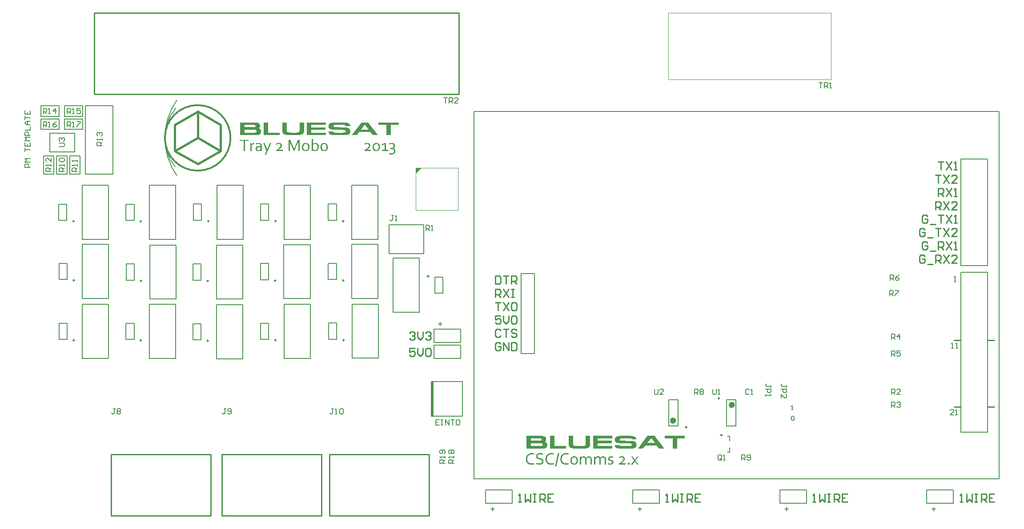
<source format=gto>
%FSLAX25Y25*%
%MOIN*%
G70*
G01*
G75*
G04 Layer_Color=49087*
%ADD10R,0.02756X0.03150*%
%ADD11R,0.11000X0.02900*%
%ADD12O,0.08661X0.02362*%
%ADD13R,0.03150X0.02756*%
%ADD14R,0.05906X0.02362*%
%ADD15R,0.05118X0.03150*%
%ADD16R,0.12598X0.07874*%
%ADD17O,0.06890X0.01181*%
%ADD18C,0.01181*%
%ADD19C,0.01000*%
%ADD20C,0.01800*%
%ADD21C,0.02000*%
%ADD22C,0.03000*%
%ADD23C,0.07874*%
G04:AMPARAMS|DCode=24|XSize=78.74mil|YSize=78.74mil|CornerRadius=19.69mil|HoleSize=0mil|Usage=FLASHONLY|Rotation=0.000|XOffset=0mil|YOffset=0mil|HoleType=Round|Shape=RoundedRectangle|*
%AMROUNDEDRECTD24*
21,1,0.07874,0.03937,0,0,0.0*
21,1,0.03937,0.07874,0,0,0.0*
1,1,0.03937,0.01969,-0.01969*
1,1,0.03937,-0.01969,-0.01969*
1,1,0.03937,-0.01969,0.01969*
1,1,0.03937,0.01969,0.01969*
%
%ADD24ROUNDEDRECTD24*%
%ADD25C,0.23622*%
%ADD26C,0.05906*%
%ADD27R,0.05906X0.05906*%
%ADD28R,0.05906X0.05906*%
%ADD29C,0.27559*%
%ADD30C,0.06299*%
%ADD31R,0.06299X0.06299*%
%ADD32C,0.16535*%
%ADD33C,0.19685*%
%ADD34C,0.07087*%
%ADD35C,0.06000*%
%ADD36C,0.02756*%
%ADD37C,0.02362*%
%ADD38C,0.03937*%
%ADD39C,0.01969*%
%ADD40C,0.04000*%
%ADD41C,0.04000*%
%ADD42C,0.00787*%
%ADD43C,0.07937*%
%ADD44C,0.15811*%
%ADD45C,0.08331*%
%ADD46C,0.16598*%
%ADD47C,0.07543*%
G04:AMPARAMS|DCode=48|XSize=95.433mil|YSize=95.433mil|CornerRadius=0mil|HoleSize=0mil|Usage=FLASHONLY|Rotation=0.000|XOffset=0mil|YOffset=0mil|HoleType=Round|Shape=Relief|Width=10mil|Gap=10mil|Entries=4|*
%AMTHD48*
7,0,0,0.09543,0.07543,0.01000,45*
%
%ADD48THD48*%
%ADD49C,0.16205*%
%ADD50C,0.17779*%
%ADD51C,0.08685*%
%ADD52C,0.16520*%
%ADD53C,0.07000*%
%ADD54C,0.05181*%
G04:AMPARAMS|DCode=55|XSize=71.811mil|YSize=71.811mil|CornerRadius=0mil|HoleSize=0mil|Usage=FLASHONLY|Rotation=0.000|XOffset=0mil|YOffset=0mil|HoleType=Round|Shape=Relief|Width=10mil|Gap=10mil|Entries=4|*
%AMTHD55*
7,0,0,0.07181,0.05181,0.01000,45*
%
%ADD55THD55*%
%ADD56C,0.05969*%
G04:AMPARAMS|DCode=57|XSize=79.685mil|YSize=79.685mil|CornerRadius=0mil|HoleSize=0mil|Usage=FLASHONLY|Rotation=0.000|XOffset=0mil|YOffset=0mil|HoleType=Round|Shape=Relief|Width=10mil|Gap=10mil|Entries=4|*
%AMTHD57*
7,0,0,0.07969,0.05969,0.01000,45*
%
%ADD57THD57*%
%ADD58C,0.01772*%
%ADD59C,0.00984*%
%ADD60C,0.02362*%
%ADD61C,0.01575*%
%ADD62C,0.00394*%
%ADD63C,0.00750*%
%ADD64C,0.00500*%
G36*
X233280Y247206D02*
X233401D01*
X233543Y247184D01*
X233696Y247162D01*
X233860Y247129D01*
X234013Y247085D01*
X234034Y247075D01*
X234078Y247064D01*
X234155Y247031D01*
X234253Y246987D01*
X234373Y246933D01*
X234483Y246878D01*
X234603Y246801D01*
X234723Y246714D01*
X234734Y246703D01*
X234767Y246670D01*
X234821Y246616D01*
X234887Y246550D01*
X234963Y246462D01*
X235040Y246364D01*
X235117Y246244D01*
X235182Y246113D01*
X235193Y246102D01*
X235215Y246047D01*
X235237Y245982D01*
X235269Y245883D01*
X235302Y245763D01*
X235335Y245621D01*
X235346Y245468D01*
X235357Y245293D01*
Y245271D01*
Y245205D01*
X235346Y245118D01*
X235335Y244998D01*
X235302Y244856D01*
X235269Y244692D01*
X235215Y244528D01*
X235138Y244364D01*
X235127Y244342D01*
X235095Y244287D01*
X235051Y244211D01*
X234985Y244102D01*
X234898Y243970D01*
X234800Y243839D01*
X234679Y243686D01*
X234548Y243533D01*
X234526Y243511D01*
X234483Y243468D01*
X234406Y243391D01*
X234297Y243293D01*
X234176Y243173D01*
X234023Y243031D01*
X233860Y242888D01*
X233674Y242746D01*
X233652Y242724D01*
X233586Y242681D01*
X233488Y242604D01*
X233346Y242506D01*
X233193Y242386D01*
X233007Y242244D01*
X232810Y242101D01*
X232592Y241948D01*
Y241927D01*
X232657D01*
X232712Y241937D01*
X232854D01*
X233029Y241948D01*
X233226Y241959D01*
X233444D01*
X233674Y241970D01*
X235860D01*
Y241074D01*
X230996D01*
Y241708D01*
X231007Y241719D01*
X231029Y241730D01*
X231062Y241763D01*
X231116Y241795D01*
X231182Y241850D01*
X231258Y241905D01*
X231433Y242036D01*
X231641Y242189D01*
X231859Y242353D01*
X232329Y242703D01*
X232340Y242713D01*
X232362Y242724D01*
X232384Y242746D01*
X232428Y242779D01*
X232548Y242877D01*
X232690Y242987D01*
X232854Y243129D01*
X233029Y243282D01*
X233204Y243435D01*
X233379Y243599D01*
X233401Y243621D01*
X233455Y243675D01*
X233532Y243752D01*
X233630Y243861D01*
X233750Y243992D01*
X233860Y244134D01*
X233980Y244276D01*
X234078Y244429D01*
X234089Y244451D01*
X234122Y244495D01*
X234166Y244583D01*
X234209Y244681D01*
X234253Y244801D01*
X234297Y244943D01*
X234330Y245085D01*
X234341Y245238D01*
Y245249D01*
Y245260D01*
Y245326D01*
X234319Y245424D01*
X234297Y245544D01*
X234253Y245687D01*
X234188Y245829D01*
X234100Y245960D01*
X233980Y246080D01*
X233969Y246091D01*
X233914Y246124D01*
X233838Y246178D01*
X233717Y246233D01*
X233575Y246277D01*
X233401Y246331D01*
X233204Y246364D01*
X232963Y246375D01*
X232876D01*
X232788Y246364D01*
X232668Y246353D01*
X232515Y246331D01*
X232362Y246309D01*
X232187Y246266D01*
X232012Y246222D01*
X231991Y246211D01*
X231936Y246200D01*
X231838Y246167D01*
X231717Y246135D01*
X231575Y246080D01*
X231422Y246014D01*
X231247Y245949D01*
X231062Y245872D01*
Y246692D01*
X231083Y246703D01*
X231127Y246725D01*
X231204Y246768D01*
X231313Y246812D01*
X231433Y246867D01*
X231586Y246933D01*
X231761Y246998D01*
X231947Y247053D01*
X231958D01*
X231969Y247064D01*
X232001D01*
X232034Y247075D01*
X232144Y247107D01*
X232286Y247140D01*
X232460Y247162D01*
X232657Y247195D01*
X232876Y247206D01*
X233105Y247217D01*
X233193D01*
X233280Y247206D01*
D02*
G37*
G36*
X247052Y241970D02*
X248692D01*
Y241074D01*
X244068D01*
Y241970D01*
X246079D01*
Y246014D01*
X243806Y245304D01*
Y246211D01*
X246211Y247053D01*
X247052D01*
Y241970D01*
D02*
G37*
G36*
X167055Y247206D02*
X167176D01*
X167318Y247184D01*
X167471Y247162D01*
X167635Y247129D01*
X167788Y247085D01*
X167810Y247075D01*
X167853Y247064D01*
X167930Y247031D01*
X168028Y246987D01*
X168148Y246933D01*
X168258Y246878D01*
X168378Y246801D01*
X168498Y246714D01*
X168509Y246703D01*
X168542Y246670D01*
X168596Y246616D01*
X168662Y246550D01*
X168739Y246462D01*
X168815Y246364D01*
X168892Y246244D01*
X168957Y246113D01*
X168968Y246102D01*
X168990Y246047D01*
X169012Y245982D01*
X169045Y245883D01*
X169078Y245763D01*
X169110Y245621D01*
X169121Y245468D01*
X169132Y245293D01*
Y245271D01*
Y245205D01*
X169121Y245118D01*
X169110Y244998D01*
X169078Y244856D01*
X169045Y244692D01*
X168990Y244528D01*
X168913Y244364D01*
X168903Y244342D01*
X168870Y244287D01*
X168826Y244211D01*
X168761Y244102D01*
X168673Y243970D01*
X168575Y243839D01*
X168454Y243686D01*
X168323Y243533D01*
X168301Y243511D01*
X168258Y243468D01*
X168181Y243391D01*
X168072Y243293D01*
X167952Y243173D01*
X167799Y243031D01*
X167635Y242888D01*
X167449Y242746D01*
X167427Y242724D01*
X167361Y242681D01*
X167263Y242604D01*
X167121Y242506D01*
X166968Y242386D01*
X166782Y242244D01*
X166585Y242101D01*
X166367Y241948D01*
Y241927D01*
X166432D01*
X166487Y241937D01*
X166629D01*
X166804Y241948D01*
X167001Y241959D01*
X167219D01*
X167449Y241970D01*
X169635D01*
Y241074D01*
X164771D01*
Y241708D01*
X164782Y241719D01*
X164804Y241730D01*
X164837Y241763D01*
X164891Y241795D01*
X164957Y241850D01*
X165033Y241905D01*
X165208Y242036D01*
X165416Y242189D01*
X165635Y242353D01*
X166104Y242703D01*
X166115Y242713D01*
X166137Y242724D01*
X166159Y242746D01*
X166203Y242779D01*
X166323Y242877D01*
X166465Y242987D01*
X166629Y243129D01*
X166804Y243282D01*
X166979Y243435D01*
X167154Y243599D01*
X167176Y243621D01*
X167230Y243675D01*
X167307Y243752D01*
X167405Y243861D01*
X167525Y243992D01*
X167635Y244134D01*
X167755Y244276D01*
X167853Y244429D01*
X167864Y244451D01*
X167897Y244495D01*
X167941Y244583D01*
X167984Y244681D01*
X168028Y244801D01*
X168072Y244943D01*
X168105Y245085D01*
X168116Y245238D01*
Y245249D01*
Y245260D01*
Y245326D01*
X168094Y245424D01*
X168072Y245544D01*
X168028Y245687D01*
X167963Y245829D01*
X167875Y245960D01*
X167755Y246080D01*
X167744Y246091D01*
X167689Y246124D01*
X167613Y246178D01*
X167493Y246233D01*
X167350Y246277D01*
X167176Y246331D01*
X166979Y246364D01*
X166738Y246375D01*
X166651D01*
X166564Y246364D01*
X166443Y246353D01*
X166290Y246331D01*
X166137Y246309D01*
X165962Y246266D01*
X165787Y246222D01*
X165766Y246211D01*
X165711Y246200D01*
X165613Y246167D01*
X165492Y246135D01*
X165350Y246080D01*
X165197Y246014D01*
X165022Y245949D01*
X164837Y245872D01*
Y246692D01*
X164858Y246703D01*
X164902Y246725D01*
X164979Y246768D01*
X165088Y246812D01*
X165208Y246867D01*
X165361Y246933D01*
X165536Y246998D01*
X165722Y247053D01*
X165733D01*
X165744Y247064D01*
X165777D01*
X165809Y247075D01*
X165919Y247107D01*
X166061Y247140D01*
X166236Y247162D01*
X166432Y247195D01*
X166651Y247206D01*
X166881Y247217D01*
X166968D01*
X167055Y247206D01*
D02*
G37*
G36*
X240155D02*
X240319Y247184D01*
X240505Y247162D01*
X240691Y247118D01*
X240898Y247053D01*
X241095Y246976D01*
X241106D01*
X241117Y246965D01*
X241183Y246933D01*
X241281Y246878D01*
X241401Y246801D01*
X241532Y246703D01*
X241674Y246594D01*
X241817Y246462D01*
X241959Y246309D01*
X241970Y246288D01*
X242013Y246233D01*
X242079Y246146D01*
X242155Y246025D01*
X242243Y245872D01*
X242330Y245708D01*
X242407Y245512D01*
X242483Y245304D01*
Y245293D01*
X242494Y245282D01*
X242505Y245249D01*
X242516Y245205D01*
X242538Y245085D01*
X242582Y244932D01*
X242615Y244746D01*
X242636Y244539D01*
X242658Y244309D01*
X242669Y244058D01*
Y244047D01*
Y244025D01*
Y243992D01*
Y243949D01*
Y243883D01*
X242658Y243817D01*
X242647Y243653D01*
X242625Y243457D01*
X242593Y243249D01*
X242549Y243031D01*
X242483Y242812D01*
Y242801D01*
X242472Y242790D01*
X242461Y242757D01*
X242451Y242713D01*
X242407Y242604D01*
X242341Y242473D01*
X242265Y242309D01*
X242177Y242145D01*
X242068Y241970D01*
X241937Y241806D01*
X241926Y241785D01*
X241871Y241741D01*
X241795Y241664D01*
X241696Y241566D01*
X241576Y241467D01*
X241423Y241358D01*
X241259Y241249D01*
X241073Y241150D01*
X241052Y241140D01*
X240986Y241118D01*
X240877Y241074D01*
X240745Y241041D01*
X240571Y240998D01*
X240374Y240954D01*
X240155Y240932D01*
X239926Y240921D01*
X239816D01*
X239685Y240932D01*
X239532Y240954D01*
X239346Y240976D01*
X239150Y241019D01*
X238942Y241074D01*
X238745Y241150D01*
X238734D01*
X238723Y241161D01*
X238658Y241194D01*
X238560Y241249D01*
X238450Y241325D01*
X238308Y241413D01*
X238166Y241533D01*
X238024Y241664D01*
X237882Y241806D01*
X237871Y241828D01*
X237827Y241883D01*
X237762Y241970D01*
X237685Y242091D01*
X237598Y242244D01*
X237510Y242407D01*
X237434Y242604D01*
X237357Y242812D01*
Y242823D01*
X237346Y242834D01*
Y242866D01*
X237335Y242910D01*
X237302Y243031D01*
X237270Y243183D01*
X237237Y243369D01*
X237215Y243577D01*
X237193Y243817D01*
X237182Y244058D01*
Y244069D01*
Y244091D01*
Y244124D01*
Y244178D01*
X237193Y244233D01*
Y244298D01*
X237204Y244473D01*
X237226Y244659D01*
X237259Y244867D01*
X237302Y245085D01*
X237357Y245304D01*
Y245315D01*
X237368Y245326D01*
X237379Y245359D01*
X237390Y245402D01*
X237434Y245512D01*
X237499Y245643D01*
X237565Y245807D01*
X237663Y245971D01*
X237772Y246146D01*
X237893Y246309D01*
X237915Y246331D01*
X237958Y246375D01*
X238035Y246462D01*
X238133Y246550D01*
X238264Y246659D01*
X238406Y246768D01*
X238570Y246878D01*
X238756Y246976D01*
X238767D01*
X238778Y246987D01*
X238811Y246998D01*
X238844Y247009D01*
X238953Y247053D01*
X239095Y247096D01*
X239270Y247140D01*
X239467Y247184D01*
X239685Y247206D01*
X239926Y247217D01*
X240035D01*
X240155Y247206D01*
D02*
G37*
G36*
X144146Y248572D02*
X141337D01*
Y241074D01*
X140310D01*
Y248572D01*
X137490D01*
Y249501D01*
X144146D01*
Y248572D01*
D02*
G37*
G36*
X157262Y238145D02*
X156300D01*
X157579Y241183D01*
X155218Y247053D01*
X156191D01*
X158049Y242353D01*
X158093D01*
X160006Y247053D01*
X160978D01*
X157262Y238145D01*
D02*
G37*
G36*
X363402Y27291D02*
X363598D01*
X363817Y27269D01*
X364068Y27258D01*
X364331Y27237D01*
X364888Y27171D01*
X365161Y27127D01*
X365435Y27073D01*
X365697Y27007D01*
X365937Y26941D01*
X366156Y26854D01*
X366342Y26756D01*
X366353Y26745D01*
X366385Y26734D01*
X366429Y26701D01*
X366484Y26657D01*
X366560Y26592D01*
X366637Y26515D01*
X366713Y26428D01*
X366801Y26329D01*
X366888Y26209D01*
X366965Y26067D01*
X367052Y25914D01*
X367118Y25750D01*
X367172Y25564D01*
X367216Y25368D01*
X367249Y25149D01*
X367260Y24908D01*
Y24897D01*
Y24854D01*
Y24799D01*
Y24723D01*
X367249Y24624D01*
Y24515D01*
X367227Y24274D01*
X367194Y24012D01*
X367150Y23761D01*
X367129Y23641D01*
X367096Y23531D01*
X367052Y23433D01*
X367008Y23346D01*
X366998Y23335D01*
X366965Y23291D01*
X366910Y23236D01*
X366833Y23160D01*
X366713Y23072D01*
X366571Y22985D01*
X366374Y22886D01*
X366265Y22843D01*
X366145Y22799D01*
X366156D01*
X366189Y22788D01*
X366232D01*
X366298Y22777D01*
X366374Y22755D01*
X366462Y22733D01*
X366659Y22690D01*
X366877Y22613D01*
X367096Y22515D01*
X367303Y22395D01*
X367402Y22329D01*
X367478Y22253D01*
X367489Y22242D01*
X367500Y22231D01*
X367522Y22198D01*
X367566Y22154D01*
X367599Y22088D01*
X367642Y22023D01*
X367697Y21936D01*
X367741Y21837D01*
X367795Y21728D01*
X367839Y21597D01*
X367883Y21455D01*
X367927Y21302D01*
X367959Y21127D01*
X367981Y20941D01*
X367992Y20744D01*
X368003Y20526D01*
Y20504D01*
Y20460D01*
Y20383D01*
X367992Y20274D01*
X367981Y20154D01*
X367959Y20001D01*
X367927Y19848D01*
X367894Y19673D01*
X367850Y19498D01*
X367795Y19312D01*
X367730Y19137D01*
X367642Y18962D01*
X367544Y18788D01*
X367435Y18624D01*
X367303Y18482D01*
X367150Y18350D01*
X367140Y18339D01*
X367107Y18329D01*
X367063Y18296D01*
X366986Y18252D01*
X366888Y18208D01*
X366768Y18154D01*
X366626Y18088D01*
X366451Y18034D01*
X366265Y17979D01*
X366047Y17913D01*
X365795Y17859D01*
X365522Y17815D01*
X365227Y17771D01*
X364888Y17749D01*
X364538Y17728D01*
X364145Y17717D01*
X352351D01*
Y27302D01*
X363238D01*
X363402Y27291D01*
D02*
G37*
G36*
X373501Y19640D02*
X382092D01*
Y17717D01*
X370145D01*
Y27302D01*
X373501D01*
Y19640D01*
D02*
G37*
G36*
X148496Y247206D02*
X148540D01*
X148606Y247195D01*
Y246266D01*
X148409D01*
X148321Y246255D01*
X148212D01*
X148103Y246244D01*
X147851Y246200D01*
X147840D01*
X147797Y246189D01*
X147731Y246178D01*
X147655Y246156D01*
X147556Y246124D01*
X147447Y246091D01*
X147228Y246003D01*
X147218Y245992D01*
X147174Y245982D01*
X147119Y245949D01*
X147054Y245916D01*
X146966Y245872D01*
X146879Y245818D01*
X146693Y245687D01*
X146682Y245675D01*
X146660Y245654D01*
X146616Y245610D01*
X146562Y245566D01*
X146496Y245501D01*
X146431Y245424D01*
X146310Y245238D01*
Y241074D01*
X145337D01*
Y247053D01*
X146081D01*
X146277Y246102D01*
X146288D01*
X146299Y246113D01*
X146321Y246146D01*
X146343Y246189D01*
X146387Y246244D01*
X146507Y246375D01*
X146649Y246528D01*
X146660Y246539D01*
X146682Y246561D01*
X146726Y246605D01*
X146791Y246648D01*
X146857Y246703D01*
X146933Y246768D01*
X147119Y246889D01*
X147130Y246900D01*
X147163Y246911D01*
X147218Y246943D01*
X147294Y246976D01*
X147381Y247020D01*
X147480Y247053D01*
X147698Y247129D01*
X147709D01*
X147753Y247140D01*
X147819Y247162D01*
X147906Y247173D01*
X148004Y247195D01*
X148114Y247206D01*
X148365Y247217D01*
X148452D01*
X148496Y247206D01*
D02*
G37*
G36*
X182500Y241074D02*
X181472D01*
Y245140D01*
Y245162D01*
Y245205D01*
Y245282D01*
Y245391D01*
Y245522D01*
Y245687D01*
X181483Y245872D01*
Y246080D01*
Y246309D01*
X181494Y246561D01*
X181505Y246823D01*
Y247107D01*
X181516Y247403D01*
X181527Y247709D01*
X181549Y248036D01*
X181560Y248364D01*
X181505D01*
Y248353D01*
X181483Y248310D01*
X181461Y248244D01*
X181428Y248146D01*
X181385Y248036D01*
X181330Y247905D01*
X181275Y247763D01*
X181221Y247599D01*
X181155Y247424D01*
X181079Y247249D01*
X180937Y246867D01*
X180773Y246473D01*
X180620Y246102D01*
X178499Y241074D01*
X178029D01*
X175909Y246102D01*
Y246113D01*
X175887Y246146D01*
X175865Y246211D01*
X175832Y246288D01*
X175788Y246375D01*
X175745Y246495D01*
X175690Y246626D01*
X175636Y246779D01*
X175570Y246933D01*
X175493Y247107D01*
X175428Y247293D01*
X175351Y247490D01*
X175187Y247916D01*
X175023Y248364D01*
X174969D01*
Y248342D01*
Y248288D01*
X174980Y248189D01*
Y248069D01*
X174991Y247916D01*
X175002Y247730D01*
X175012Y247523D01*
X175023Y247304D01*
Y247064D01*
X175034Y246801D01*
X175045Y246539D01*
X175056Y246266D01*
X175067Y245697D01*
Y245140D01*
Y241074D01*
X174040D01*
Y249501D01*
X175515D01*
X177494Y244725D01*
Y244714D01*
X177505Y244692D01*
X177526Y244637D01*
X177559Y244583D01*
X177592Y244495D01*
X177625Y244408D01*
X177668Y244298D01*
X177723Y244167D01*
X177778Y244036D01*
X177832Y243883D01*
X177898Y243719D01*
X177964Y243544D01*
X178095Y243173D01*
X178248Y242757D01*
X178280D01*
Y242768D01*
X178302Y242812D01*
X178324Y242877D01*
X178357Y242965D01*
X178390Y243074D01*
X178434Y243194D01*
X178488Y243337D01*
X178543Y243479D01*
X178663Y243796D01*
X178783Y244124D01*
X178914Y244440D01*
X178980Y244594D01*
X179035Y244725D01*
X181013Y249501D01*
X182500D01*
Y241074D01*
D02*
G37*
G36*
X151819Y247206D02*
X151906Y247195D01*
X152114Y247173D01*
X152344Y247140D01*
X152595Y247075D01*
X152836Y246998D01*
X153065Y246889D01*
X153076D01*
X153087Y246878D01*
X153163Y246834D01*
X153262Y246758D01*
X153382Y246659D01*
X153524Y246539D01*
X153655Y246397D01*
X153786Y246222D01*
X153896Y246036D01*
Y246025D01*
X153918Y246003D01*
X153928Y245960D01*
X153950Y245905D01*
X153972Y245840D01*
X153994Y245763D01*
X154038Y245588D01*
Y245577D01*
X154049Y245544D01*
Y245501D01*
X154060Y245435D01*
X154071Y245359D01*
Y245271D01*
X154081Y245063D01*
Y241074D01*
X153262D01*
X153152Y241730D01*
X153131D01*
Y241719D01*
X153109Y241708D01*
X153043Y241631D01*
X152956Y241533D01*
X152824Y241424D01*
X152814Y241413D01*
X152792Y241402D01*
X152748Y241369D01*
X152704Y241336D01*
X152639Y241303D01*
X152562Y241260D01*
X152398Y241172D01*
X152387D01*
X152355Y241150D01*
X152311Y241140D01*
X152245Y241107D01*
X152169Y241085D01*
X152081Y241052D01*
X151885Y240998D01*
X151874D01*
X151841Y240987D01*
X151775Y240976D01*
X151699Y240965D01*
X151611Y240943D01*
X151513Y240932D01*
X151283Y240921D01*
X151207D01*
X151130Y240932D01*
X151021Y240943D01*
X150901Y240954D01*
X150759Y240976D01*
X150628Y241008D01*
X150486Y241052D01*
X150475Y241063D01*
X150431Y241074D01*
X150354Y241107D01*
X150278Y241140D01*
X150180Y241194D01*
X150070Y241260D01*
X149961Y241336D01*
X149863Y241424D01*
X149852Y241435D01*
X149819Y241467D01*
X149775Y241522D01*
X149709Y241599D01*
X149644Y241686D01*
X149578Y241785D01*
X149513Y241894D01*
X149458Y242025D01*
X149447Y242047D01*
X149436Y242091D01*
X149414Y242167D01*
X149392Y242265D01*
X149360Y242386D01*
X149338Y242528D01*
X149327Y242681D01*
X149316Y242845D01*
Y242866D01*
Y242921D01*
X149327Y243009D01*
X149338Y243118D01*
X149349Y243238D01*
X149382Y243369D01*
X149414Y243511D01*
X149469Y243642D01*
X149480Y243653D01*
X149502Y243697D01*
X149535Y243763D01*
X149589Y243850D01*
X149655Y243938D01*
X149731Y244036D01*
X149819Y244134D01*
X149917Y244233D01*
X149928Y244244D01*
X149972Y244276D01*
X150037Y244320D01*
X150114Y244375D01*
X150223Y244440D01*
X150332Y244506D01*
X150475Y244561D01*
X150617Y244615D01*
X150639Y244626D01*
X150693Y244637D01*
X150770Y244659D01*
X150879Y244692D01*
X151010Y244714D01*
X151163Y244736D01*
X151338Y244746D01*
X151513Y244757D01*
X151590D01*
X151688Y244746D01*
X151797D01*
X151928Y244736D01*
X152081Y244714D01*
X152376Y244670D01*
X152398D01*
X152442Y244659D01*
X152518Y244637D01*
X152617Y244615D01*
X152715Y244594D01*
X152836Y244561D01*
X153076Y244484D01*
X153109D01*
Y244900D01*
Y244910D01*
Y244943D01*
Y244987D01*
Y245042D01*
X153098Y245184D01*
X153076Y245326D01*
Y245337D01*
X153065Y245359D01*
Y245391D01*
X153054Y245446D01*
X153021Y245555D01*
X152967Y245665D01*
X152956Y245675D01*
X152934Y245719D01*
X152901Y245774D01*
X152836Y245840D01*
X152770Y245916D01*
X152672Y245992D01*
X152573Y246080D01*
X152442Y246156D01*
X152431Y246167D01*
X152376Y246189D01*
X152300Y246222D01*
X152191Y246266D01*
X152049Y246299D01*
X151885Y246331D01*
X151688Y246353D01*
X151469Y246364D01*
X151305D01*
X151196Y246353D01*
X151065Y246342D01*
X150923Y246331D01*
X150617Y246277D01*
X150595D01*
X150551Y246266D01*
X150475Y246244D01*
X150365Y246211D01*
X150245Y246178D01*
X150114Y246146D01*
X149819Y246047D01*
Y246856D01*
X149830D01*
X149852Y246867D01*
X149873Y246889D01*
X149917Y246900D01*
X150037Y246943D01*
X150180Y246998D01*
X150190D01*
X150212Y247009D01*
X150256Y247020D01*
X150311Y247042D01*
X150453Y247075D01*
X150606Y247107D01*
X150617D01*
X150649Y247118D01*
X150693Y247129D01*
X150748Y247140D01*
X150824Y247151D01*
X150901Y247162D01*
X151087Y247184D01*
X151098D01*
X151130Y247195D01*
X151185D01*
X151240Y247206D01*
X151316D01*
X151404Y247217D01*
X151742D01*
X151819Y247206D01*
D02*
G37*
G36*
X241127Y252953D02*
X237236D01*
X235520Y255259D01*
X227061D01*
X225366Y252953D01*
X221453D01*
X228667Y262538D01*
X233946D01*
X241127Y252953D01*
D02*
G37*
G36*
X256681Y260593D02*
X250812D01*
Y252953D01*
X247489D01*
Y260593D01*
X241608D01*
Y262538D01*
X256681D01*
Y260593D01*
D02*
G37*
G36*
X202151Y260636D02*
X191210D01*
Y258866D01*
X201801D01*
Y256942D01*
X191210D01*
Y254876D01*
X202151D01*
Y252953D01*
X187888D01*
Y262538D01*
X202151D01*
Y260636D01*
D02*
G37*
G36*
X148835Y262527D02*
X149031D01*
X149250Y262506D01*
X149501Y262495D01*
X149764Y262473D01*
X150321Y262407D01*
X150594Y262364D01*
X150868Y262309D01*
X151130Y262243D01*
X151370Y262178D01*
X151589Y262090D01*
X151775Y261992D01*
X151786Y261981D01*
X151819Y261970D01*
X151862Y261937D01*
X151917Y261894D01*
X151993Y261828D01*
X152070Y261751D01*
X152146Y261664D01*
X152234Y261566D01*
X152321Y261445D01*
X152398Y261303D01*
X152485Y261150D01*
X152551Y260986D01*
X152605Y260801D01*
X152649Y260604D01*
X152682Y260385D01*
X152693Y260145D01*
Y260134D01*
Y260090D01*
Y260035D01*
Y259959D01*
X152682Y259860D01*
Y259751D01*
X152660Y259511D01*
X152627Y259248D01*
X152584Y258997D01*
X152562Y258877D01*
X152529Y258768D01*
X152485Y258669D01*
X152442Y258582D01*
X152430Y258571D01*
X152398Y258527D01*
X152343Y258472D01*
X152267Y258396D01*
X152146Y258308D01*
X152004Y258221D01*
X151807Y258123D01*
X151698Y258079D01*
X151578Y258035D01*
X151589D01*
X151622Y258024D01*
X151665D01*
X151731Y258013D01*
X151807Y257992D01*
X151895Y257970D01*
X152092Y257926D01*
X152310Y257849D01*
X152529Y257751D01*
X152737Y257631D01*
X152835Y257565D01*
X152911Y257489D01*
X152922Y257478D01*
X152933Y257467D01*
X152955Y257434D01*
X152999Y257390D01*
X153032Y257325D01*
X153075Y257259D01*
X153130Y257172D01*
X153174Y257073D01*
X153228Y256964D01*
X153272Y256833D01*
X153316Y256691D01*
X153360Y256538D01*
X153392Y256363D01*
X153414Y256177D01*
X153425Y255980D01*
X153436Y255762D01*
Y255740D01*
Y255696D01*
Y255620D01*
X153425Y255510D01*
X153414Y255390D01*
X153392Y255237D01*
X153360Y255084D01*
X153327Y254909D01*
X153283Y254734D01*
X153228Y254549D01*
X153163Y254374D01*
X153075Y254199D01*
X152977Y254024D01*
X152868Y253860D01*
X152737Y253718D01*
X152584Y253587D01*
X152573Y253576D01*
X152540Y253565D01*
X152496Y253532D01*
X152420Y253488D01*
X152321Y253445D01*
X152201Y253390D01*
X152059Y253324D01*
X151884Y253270D01*
X151698Y253215D01*
X151480Y253150D01*
X151228Y253095D01*
X150955Y253051D01*
X150660Y253007D01*
X150321Y252986D01*
X149971Y252964D01*
X149578Y252953D01*
X137784D01*
Y262538D01*
X148671D01*
X148835Y262527D01*
D02*
G37*
G36*
X158934Y254876D02*
X167525D01*
Y252953D01*
X155578D01*
Y262538D01*
X158934D01*
Y254876D01*
D02*
G37*
G36*
X185712Y256363D02*
Y256341D01*
Y256276D01*
X185702Y256177D01*
X185690Y256057D01*
X185680Y255893D01*
X185647Y255718D01*
X185614Y255521D01*
X185559Y255314D01*
X185494Y255095D01*
X185417Y254876D01*
X185319Y254647D01*
X185199Y254428D01*
X185057Y254221D01*
X184893Y254024D01*
X184707Y253849D01*
X184488Y253696D01*
X184477Y253685D01*
X184434Y253663D01*
X184357Y253630D01*
X184248Y253576D01*
X184106Y253521D01*
X183931Y253467D01*
X183723Y253390D01*
X183472Y253324D01*
X183188Y253259D01*
X182860Y253193D01*
X182499Y253128D01*
X182095Y253073D01*
X181646Y253018D01*
X181406Y252996D01*
X181155Y252986D01*
X180892Y252975D01*
X180619Y252964D01*
X180335Y252953D01*
X174881D01*
X174804Y252964D01*
X174597D01*
X174345Y252975D01*
X174061Y252996D01*
X173744Y253018D01*
X173405Y253051D01*
X173056Y253095D01*
X172695Y253150D01*
X172323Y253204D01*
X171973Y253281D01*
X171624Y253379D01*
X171307Y253477D01*
X171012Y253598D01*
X170749Y253740D01*
X170738Y253751D01*
X170695Y253772D01*
X170629Y253827D01*
X170553Y253893D01*
X170454Y253980D01*
X170345Y254089D01*
X170225Y254210D01*
X170104Y254363D01*
X169984Y254538D01*
X169864Y254723D01*
X169755Y254942D01*
X169656Y255183D01*
X169580Y255434D01*
X169514Y255718D01*
X169470Y256035D01*
X169459Y256363D01*
Y262538D01*
X172793D01*
Y256581D01*
Y256571D01*
Y256538D01*
Y256483D01*
X172804Y256418D01*
X172815Y256341D01*
X172826Y256243D01*
X172881Y256035D01*
X172957Y255816D01*
X173012Y255696D01*
X173066Y255587D01*
X173143Y255488D01*
X173230Y255390D01*
X173329Y255303D01*
X173449Y255226D01*
X173460D01*
X173482Y255215D01*
X173526Y255193D01*
X173580Y255171D01*
X173657Y255150D01*
X173744Y255117D01*
X173864Y255084D01*
X173995Y255051D01*
X174148Y255018D01*
X174323Y254986D01*
X174509Y254953D01*
X174728Y254931D01*
X174968Y254909D01*
X175231Y254887D01*
X175526Y254876D01*
X179592D01*
X179701Y254887D01*
X179843D01*
X179996Y254898D01*
X180160Y254909D01*
X180335Y254920D01*
X180717Y254964D01*
X181089Y255029D01*
X181275Y255073D01*
X181439Y255117D01*
X181592Y255171D01*
X181723Y255237D01*
X181734D01*
X181756Y255259D01*
X181789Y255281D01*
X181821Y255314D01*
X181931Y255401D01*
X181985Y255467D01*
X182051Y255543D01*
X182116Y255631D01*
X182171Y255729D01*
X182226Y255838D01*
X182280Y255959D01*
X182313Y256101D01*
X182346Y256254D01*
X182368Y256418D01*
X182379Y256592D01*
Y262538D01*
X185712D01*
Y256363D01*
D02*
G37*
G36*
X192424Y246495D02*
X192435D01*
X192446Y246506D01*
X192490Y246550D01*
X192566Y246616D01*
X192654Y246692D01*
X192763Y246768D01*
X192894Y246856D01*
X193036Y246943D01*
X193189Y247020D01*
X193211Y247031D01*
X193266Y247053D01*
X193353Y247085D01*
X193473Y247118D01*
X193615Y247151D01*
X193779Y247184D01*
X193965Y247206D01*
X194162Y247217D01*
X194260D01*
X194326Y247206D01*
X194402D01*
X194501Y247195D01*
X194708Y247151D01*
X194719D01*
X194763Y247140D01*
X194818Y247129D01*
X194894Y247107D01*
X194982Y247075D01*
X195080Y247042D01*
X195288Y246954D01*
X195299Y246943D01*
X195331Y246933D01*
X195397Y246900D01*
X195463Y246856D01*
X195550Y246812D01*
X195637Y246747D01*
X195834Y246594D01*
X195845Y246583D01*
X195878Y246550D01*
X195932Y246506D01*
X195998Y246441D01*
X196075Y246353D01*
X196151Y246255D01*
X196228Y246146D01*
X196304Y246025D01*
X196315Y246014D01*
X196337Y245971D01*
X196381Y245894D01*
X196424Y245807D01*
X196479Y245687D01*
X196534Y245555D01*
X196588Y245402D01*
X196632Y245227D01*
X196643Y245205D01*
X196654Y245151D01*
X196676Y245053D01*
X196698Y244921D01*
X196719Y244768D01*
X196730Y244583D01*
X196752Y244386D01*
Y244167D01*
Y244156D01*
Y244134D01*
Y244091D01*
Y244025D01*
X196741Y243949D01*
Y243872D01*
X196719Y243675D01*
X196698Y243446D01*
X196654Y243194D01*
X196599Y242954D01*
X196523Y242713D01*
Y242703D01*
X196512Y242692D01*
X196501Y242659D01*
X196479Y242615D01*
X196435Y242495D01*
X196359Y242353D01*
X196271Y242200D01*
X196173Y242025D01*
X196053Y241861D01*
X195922Y241697D01*
X195900Y241675D01*
X195856Y241631D01*
X195779Y241566D01*
X195681Y241478D01*
X195550Y241380D01*
X195408Y241282D01*
X195244Y241194D01*
X195069Y241107D01*
X195047Y241096D01*
X194992Y241074D01*
X194894Y241052D01*
X194774Y241019D01*
X194621Y240976D01*
X194457Y240954D01*
X194271Y240932D01*
X194085Y240921D01*
X194020D01*
X193954Y240932D01*
X193856D01*
X193757Y240943D01*
X193637Y240965D01*
X193408Y241019D01*
X193397D01*
X193364Y241030D01*
X193298Y241052D01*
X193233Y241085D01*
X193069Y241150D01*
X192905Y241238D01*
X192894Y241249D01*
X192872Y241260D01*
X192839Y241293D01*
X192796Y241325D01*
X192686Y241413D01*
X192577Y241511D01*
Y241522D01*
X192555Y241533D01*
X192511Y241599D01*
X192457Y241664D01*
X192413Y241741D01*
X192391D01*
X192183Y241074D01*
X191451D01*
Y250190D01*
X192424D01*
Y246495D01*
D02*
G37*
G36*
X201026Y247206D02*
X201179Y247184D01*
X201365Y247162D01*
X201561Y247118D01*
X201769Y247064D01*
X201966Y246987D01*
X201977D01*
X201988Y246976D01*
X202053Y246943D01*
X202152Y246889D01*
X202283Y246823D01*
X202425Y246725D01*
X202567Y246616D01*
X202720Y246484D01*
X202862Y246342D01*
X202884Y246320D01*
X202928Y246266D01*
X202993Y246178D01*
X203070Y246058D01*
X203168Y245916D01*
X203256Y245752D01*
X203354Y245555D01*
X203430Y245348D01*
Y245337D01*
X203441Y245326D01*
X203452Y245293D01*
X203463Y245249D01*
X203474Y245195D01*
X203496Y245129D01*
X203529Y244965D01*
X203562Y244779D01*
X203594Y244561D01*
X203616Y244320D01*
X203627Y244058D01*
Y244047D01*
Y244025D01*
Y243992D01*
Y243938D01*
X203616Y243872D01*
Y243807D01*
X203605Y243632D01*
X203573Y243435D01*
X203540Y243216D01*
X203485Y242987D01*
X203419Y242768D01*
Y242757D01*
X203409Y242746D01*
X203398Y242713D01*
X203387Y242670D01*
X203343Y242561D01*
X203277Y242429D01*
X203190Y242276D01*
X203102Y242101D01*
X202982Y241937D01*
X202851Y241774D01*
X202829Y241752D01*
X202786Y241708D01*
X202709Y241631D01*
X202600Y241544D01*
X202469Y241446D01*
X202316Y241336D01*
X202141Y241238D01*
X201955Y241140D01*
X201944D01*
X201933Y241129D01*
X201868Y241107D01*
X201758Y241074D01*
X201616Y241030D01*
X201441Y240987D01*
X201244Y240954D01*
X201037Y240932D01*
X200796Y240921D01*
X200687D01*
X200556Y240932D01*
X200403Y240954D01*
X200217Y240976D01*
X200009Y241008D01*
X199802Y241063D01*
X199605Y241140D01*
X199594D01*
X199583Y241150D01*
X199518Y241183D01*
X199419Y241238D01*
X199299Y241303D01*
X199157Y241391D01*
X199004Y241500D01*
X198851Y241631D01*
X198709Y241774D01*
X198698Y241795D01*
X198643Y241850D01*
X198577Y241937D01*
X198501Y242058D01*
X198403Y242200D01*
X198315Y242364D01*
X198217Y242561D01*
X198140Y242768D01*
Y242779D01*
X198129Y242790D01*
X198118Y242823D01*
X198108Y242866D01*
X198097Y242921D01*
X198086Y242987D01*
X198053Y243151D01*
X198009Y243337D01*
X197987Y243555D01*
X197966Y243796D01*
X197954Y244058D01*
Y244069D01*
Y244091D01*
Y244124D01*
Y244178D01*
X197966Y244244D01*
Y244309D01*
X197976Y244484D01*
X197998Y244681D01*
X198042Y244900D01*
X198086Y245129D01*
X198151Y245348D01*
Y245359D01*
X198162Y245370D01*
X198173Y245402D01*
X198184Y245446D01*
X198239Y245555D01*
X198293Y245687D01*
X198381Y245850D01*
X198479Y246014D01*
X198589Y246178D01*
X198720Y246342D01*
X198741Y246364D01*
X198785Y246408D01*
X198862Y246484D01*
X198971Y246583D01*
X199102Y246681D01*
X199255Y246790D01*
X199430Y246889D01*
X199616Y246987D01*
X199627D01*
X199638Y246998D01*
X199671Y247009D01*
X199703Y247020D01*
X199813Y247064D01*
X199955Y247107D01*
X200130Y247140D01*
X200326Y247184D01*
X200545Y247206D01*
X200785Y247217D01*
X200895D01*
X201026Y247206D01*
D02*
G37*
G36*
X187243D02*
X187396Y247184D01*
X187582Y247162D01*
X187779Y247118D01*
X187986Y247064D01*
X188183Y246987D01*
X188194D01*
X188205Y246976D01*
X188270Y246943D01*
X188369Y246889D01*
X188500Y246823D01*
X188642Y246725D01*
X188784Y246616D01*
X188937Y246484D01*
X189079Y246342D01*
X189101Y246320D01*
X189145Y246266D01*
X189210Y246178D01*
X189287Y246058D01*
X189385Y245916D01*
X189473Y245752D01*
X189571Y245555D01*
X189648Y245348D01*
Y245337D01*
X189659Y245326D01*
X189670Y245293D01*
X189681Y245249D01*
X189691Y245195D01*
X189713Y245129D01*
X189746Y244965D01*
X189779Y244779D01*
X189812Y244561D01*
X189833Y244320D01*
X189845Y244058D01*
Y244047D01*
Y244025D01*
Y243992D01*
Y243938D01*
X189833Y243872D01*
Y243807D01*
X189823Y243632D01*
X189790Y243435D01*
X189757Y243216D01*
X189702Y242987D01*
X189637Y242768D01*
Y242757D01*
X189626Y242746D01*
X189615Y242713D01*
X189604Y242670D01*
X189560Y242561D01*
X189495Y242429D01*
X189407Y242276D01*
X189320Y242101D01*
X189200Y241937D01*
X189068Y241774D01*
X189047Y241752D01*
X189003Y241708D01*
X188926Y241631D01*
X188817Y241544D01*
X188686Y241446D01*
X188533Y241336D01*
X188358Y241238D01*
X188172Y241140D01*
X188161D01*
X188150Y241129D01*
X188085Y241107D01*
X187975Y241074D01*
X187833Y241030D01*
X187659Y240987D01*
X187462Y240954D01*
X187254Y240932D01*
X187014Y240921D01*
X186904D01*
X186773Y240932D01*
X186620Y240954D01*
X186434Y240976D01*
X186227Y241008D01*
X186019Y241063D01*
X185822Y241140D01*
X185811D01*
X185800Y241150D01*
X185735Y241183D01*
X185636Y241238D01*
X185516Y241303D01*
X185374Y241391D01*
X185221Y241500D01*
X185068Y241631D01*
X184926Y241774D01*
X184915Y241795D01*
X184860Y241850D01*
X184795Y241937D01*
X184718Y242058D01*
X184620Y242200D01*
X184532Y242364D01*
X184434Y242561D01*
X184358Y242768D01*
Y242779D01*
X184347Y242790D01*
X184336Y242823D01*
X184325Y242866D01*
X184314Y242921D01*
X184303Y242987D01*
X184270Y243151D01*
X184226Y243337D01*
X184205Y243555D01*
X184183Y243796D01*
X184172Y244058D01*
Y244069D01*
Y244091D01*
Y244124D01*
Y244178D01*
X184183Y244244D01*
Y244309D01*
X184194Y244484D01*
X184215Y244681D01*
X184259Y244900D01*
X184303Y245129D01*
X184369Y245348D01*
Y245359D01*
X184379Y245370D01*
X184390Y245402D01*
X184401Y245446D01*
X184456Y245555D01*
X184511Y245687D01*
X184598Y245850D01*
X184696Y246014D01*
X184806Y246178D01*
X184937Y246342D01*
X184959Y246364D01*
X185003Y246408D01*
X185079Y246484D01*
X185188Y246583D01*
X185319Y246681D01*
X185473Y246790D01*
X185647Y246889D01*
X185833Y246987D01*
X185844D01*
X185855Y246998D01*
X185888Y247009D01*
X185921Y247020D01*
X186030Y247064D01*
X186172Y247107D01*
X186347Y247140D01*
X186544Y247184D01*
X186762Y247206D01*
X187003Y247217D01*
X187112D01*
X187243Y247206D01*
D02*
G37*
G36*
X215595Y262527D02*
X215683D01*
X215901Y262516D01*
X216152Y262506D01*
X216426Y262484D01*
X216732Y262451D01*
X217038Y262418D01*
X217355Y262374D01*
X217683Y262320D01*
X218000Y262254D01*
X218317Y262178D01*
X218612Y262090D01*
X218896Y261992D01*
X219147Y261872D01*
X219158Y261861D01*
X219202Y261839D01*
X219268Y261806D01*
X219344Y261751D01*
X219442Y261675D01*
X219552Y261587D01*
X219661Y261489D01*
X219781Y261369D01*
X219901Y261227D01*
X220011Y261074D01*
X220120Y260910D01*
X220218Y260724D01*
X220295Y260527D01*
X220360Y260309D01*
X220404Y260068D01*
X220415Y259817D01*
X216819D01*
Y259828D01*
Y259839D01*
Y259893D01*
X216797Y259970D01*
X216775Y260079D01*
X216732Y260177D01*
X216677Y260287D01*
X216590Y260385D01*
X216480Y260462D01*
X216469Y260473D01*
X216415Y260494D01*
X216371Y260505D01*
X216327Y260516D01*
X216262Y260538D01*
X216185Y260549D01*
X216098Y260571D01*
X215999Y260582D01*
X215890Y260593D01*
X215770Y260615D01*
X215628Y260626D01*
X215475D01*
X215300Y260636D01*
X209365D01*
X209299Y260626D01*
X209223D01*
X209048Y260615D01*
X208851Y260593D01*
X208654Y260549D01*
X208458Y260505D01*
X208283Y260440D01*
X208261Y260429D01*
X208217Y260407D01*
X208152Y260352D01*
X208075Y260287D01*
X207999Y260188D01*
X207933Y260057D01*
X207889Y259915D01*
X207868Y259729D01*
Y259718D01*
Y259707D01*
X207878Y259642D01*
X207889Y259555D01*
X207922Y259445D01*
X207977Y259336D01*
X208053Y259216D01*
X208163Y259117D01*
X208316Y259041D01*
X208327D01*
X208381Y259019D01*
X208469Y259008D01*
X208589Y258986D01*
X208753Y258964D01*
X208840Y258953D01*
X208950Y258942D01*
X209070Y258931D01*
X209201D01*
X209343Y258921D01*
X209496D01*
X215683Y258746D01*
X215923D01*
X216098Y258735D01*
X216316D01*
X216557Y258724D01*
X216819Y258702D01*
X217103Y258680D01*
X217388Y258658D01*
X217694Y258625D01*
X217989Y258582D01*
X218273Y258538D01*
X218546Y258483D01*
X218808Y258418D01*
X219038Y258341D01*
X219235Y258254D01*
X219246Y258243D01*
X219289Y258221D01*
X219344Y258188D01*
X219421Y258134D01*
X219508Y258057D01*
X219617Y257970D01*
X219716Y257860D01*
X219836Y257729D01*
X219945Y257576D01*
X220055Y257401D01*
X220153Y257205D01*
X220240Y256986D01*
X220317Y256746D01*
X220371Y256483D01*
X220415Y256188D01*
X220426Y255860D01*
Y255838D01*
Y255795D01*
X220415Y255707D01*
Y255609D01*
X220393Y255478D01*
X220371Y255335D01*
X220339Y255171D01*
X220295Y254997D01*
X220240Y254811D01*
X220164Y254625D01*
X220087Y254439D01*
X219978Y254253D01*
X219858Y254079D01*
X219716Y253915D01*
X219552Y253762D01*
X219366Y253620D01*
X219355Y253609D01*
X219311Y253587D01*
X219257Y253554D01*
X219158Y253521D01*
X219049Y253467D01*
X218896Y253412D01*
X218721Y253346D01*
X218524Y253292D01*
X218284Y253226D01*
X218021Y253160D01*
X217726Y253106D01*
X217388Y253062D01*
X217027Y253018D01*
X216633Y252986D01*
X216207Y252964D01*
X215737Y252953D01*
X208567D01*
X208392Y252964D01*
X208185Y252975D01*
X207944Y252986D01*
X207671Y253007D01*
X207387Y253029D01*
X207091Y253062D01*
X206785Y253106D01*
X206479Y253160D01*
X206184Y253226D01*
X205900Y253292D01*
X205627Y253379D01*
X205386Y253477D01*
X205168Y253587D01*
X205157Y253598D01*
X205124Y253620D01*
X205069Y253652D01*
X205004Y253707D01*
X204927Y253783D01*
X204840Y253871D01*
X204742Y253969D01*
X204654Y254089D01*
X204556Y254232D01*
X204457Y254385D01*
X204370Y254549D01*
X204293Y254745D01*
X204228Y254942D01*
X204173Y255171D01*
X204140Y255412D01*
X204129Y255674D01*
X207529Y255663D01*
Y255652D01*
X207540Y255609D01*
X207551Y255543D01*
X207583Y255467D01*
X207638Y255368D01*
X207715Y255281D01*
X207824Y255183D01*
X207977Y255095D01*
X207999Y255084D01*
X208064Y255062D01*
X208163Y255029D01*
X208294Y254986D01*
X208469Y254942D01*
X208676Y254909D01*
X208906Y254887D01*
X209168Y254876D01*
X214939D01*
X215038Y254887D01*
X215147D01*
X215267Y254898D01*
X215398D01*
X215671Y254920D01*
X215945Y254964D01*
X216207Y255008D01*
X216327Y255040D01*
X216426Y255073D01*
X216437D01*
X216448Y255084D01*
X216502Y255117D01*
X216590Y255171D01*
X216688Y255248D01*
X216775Y255346D01*
X216863Y255488D01*
X216917Y255642D01*
X216939Y255740D01*
Y255838D01*
Y255849D01*
Y255860D01*
X216929Y255926D01*
X216917Y256024D01*
X216885Y256144D01*
X216830Y256264D01*
X216754Y256396D01*
X216644Y256516D01*
X216491Y256614D01*
X216480D01*
X216469Y256625D01*
X216437Y256636D01*
X216393Y256658D01*
X216327Y256680D01*
X216251Y256702D01*
X216163Y256734D01*
X216065Y256756D01*
X215945Y256778D01*
X215803Y256811D01*
X215650Y256833D01*
X215486Y256855D01*
X215289Y256877D01*
X215092Y256888D01*
X214863Y256898D01*
X214622D01*
X209267Y257051D01*
X208884D01*
X208775Y257062D01*
X208534D01*
X208261Y257073D01*
X207955Y257084D01*
X207627Y257106D01*
X207299Y257128D01*
X206960Y257161D01*
X206622Y257194D01*
X206294Y257237D01*
X205988Y257292D01*
X205714Y257347D01*
X205463Y257423D01*
X205354Y257456D01*
X205255Y257500D01*
X205244Y257511D01*
X205201Y257522D01*
X205146Y257565D01*
X205069Y257609D01*
X204982Y257675D01*
X204884Y257762D01*
X204785Y257860D01*
X204676Y257992D01*
X204567Y258123D01*
X204468Y258287D01*
X204370Y258472D01*
X204282Y258680D01*
X204206Y258910D01*
X204151Y259161D01*
X204108Y259445D01*
X204097Y259751D01*
Y259773D01*
Y259817D01*
X204108Y259893D01*
X204118Y260003D01*
X204129Y260123D01*
X204162Y260265D01*
X204195Y260418D01*
X204239Y260593D01*
X204304Y260768D01*
X204381Y260943D01*
X204468Y261128D01*
X204578Y261303D01*
X204709Y261467D01*
X204862Y261631D01*
X205048Y261773D01*
X205244Y261904D01*
X205255Y261915D01*
X205299Y261937D01*
X205364Y261959D01*
X205463Y262003D01*
X205594Y262047D01*
X205758Y262101D01*
X205944Y262167D01*
X206162Y262221D01*
X206414Y262276D01*
X206698Y262342D01*
X207015Y262396D01*
X207376Y262440D01*
X207758Y262484D01*
X208173Y262516D01*
X208633Y262527D01*
X209124Y262538D01*
X215508D01*
X215595Y262527D01*
D02*
G37*
G36*
X251610Y247206D02*
X251752Y247195D01*
X251927Y247173D01*
X252102Y247151D01*
X252288Y247107D01*
X252473Y247053D01*
X252484D01*
X252495Y247042D01*
X252550Y247020D01*
X252648Y246987D01*
X252758Y246933D01*
X252878Y246867D01*
X253020Y246790D01*
X253151Y246692D01*
X253282Y246583D01*
X253293Y246572D01*
X253337Y246528D01*
X253392Y246473D01*
X253468Y246386D01*
X253544Y246288D01*
X253632Y246167D01*
X253708Y246025D01*
X253785Y245883D01*
X253796Y245861D01*
X253818Y245818D01*
X253840Y245730D01*
X253883Y245621D01*
X253916Y245490D01*
X253938Y245348D01*
X253960Y245173D01*
X253971Y244998D01*
Y244987D01*
Y244943D01*
Y244878D01*
X253960Y244801D01*
X253949Y244703D01*
X253938Y244604D01*
X253894Y244375D01*
Y244364D01*
X253883Y244320D01*
X253861Y244266D01*
X253840Y244200D01*
X253796Y244112D01*
X253752Y244014D01*
X253643Y243817D01*
X253632Y243807D01*
X253610Y243774D01*
X253577Y243719D01*
X253523Y243664D01*
X253457Y243588D01*
X253380Y243511D01*
X253293Y243435D01*
X253195Y243358D01*
X253184Y243347D01*
X253151Y243326D01*
X253085Y243293D01*
X253009Y243249D01*
X252911Y243194D01*
X252801Y243140D01*
X252670Y243085D01*
X252528Y243041D01*
Y243009D01*
X252539D01*
X252583Y242998D01*
X252648Y242987D01*
X252736Y242976D01*
X252823Y242954D01*
X252932Y242921D01*
X253162Y242845D01*
X253173Y242834D01*
X253217Y242823D01*
X253271Y242790D01*
X253348Y242746D01*
X253424Y242692D01*
X253523Y242626D01*
X253610Y242549D01*
X253697Y242462D01*
X253708Y242451D01*
X253741Y242418D01*
X253785Y242364D01*
X253840Y242298D01*
X253894Y242211D01*
X253960Y242112D01*
X254025Y241992D01*
X254080Y241861D01*
X254091Y241850D01*
X254102Y241795D01*
X254124Y241730D01*
X254157Y241631D01*
X254189Y241500D01*
X254211Y241358D01*
X254222Y241205D01*
X254233Y241030D01*
Y241019D01*
Y241008D01*
Y240976D01*
Y240932D01*
X254222Y240823D01*
X254211Y240681D01*
X254189Y240517D01*
X254146Y240342D01*
X254102Y240167D01*
X254036Y239981D01*
X254025Y239959D01*
X254004Y239904D01*
X253949Y239817D01*
X253894Y239708D01*
X253807Y239577D01*
X253708Y239445D01*
X253588Y239303D01*
X253457Y239172D01*
X253435Y239161D01*
X253392Y239118D01*
X253315Y239052D01*
X253206Y238986D01*
X253064Y238899D01*
X252911Y238811D01*
X252725Y238735D01*
X252528Y238658D01*
X252517D01*
X252506Y238648D01*
X252473Y238637D01*
X252430Y238626D01*
X252309Y238604D01*
X252156Y238571D01*
X251971Y238527D01*
X251752Y238506D01*
X251501Y238484D01*
X251238Y238473D01*
X251151D01*
X251052Y238484D01*
X250921D01*
X250779Y238494D01*
X250615Y238516D01*
X250266Y238571D01*
X250244D01*
X250189Y238593D01*
X250101Y238615D01*
X249992Y238648D01*
X249861Y238680D01*
X249730Y238724D01*
X249446Y238844D01*
Y239675D01*
X249468Y239664D01*
X249522Y239642D01*
X249610Y239609D01*
X249730Y239577D01*
X249861Y239522D01*
X250014Y239478D01*
X250331Y239402D01*
X250353D01*
X250408Y239391D01*
X250495Y239380D01*
X250604Y239358D01*
X250735Y239347D01*
X250878Y239325D01*
X251173Y239314D01*
X251271D01*
X251380Y239325D01*
X251512Y239336D01*
X251664Y239347D01*
X251829Y239380D01*
X251981Y239413D01*
X252134Y239456D01*
X252156Y239467D01*
X252200Y239478D01*
X252277Y239511D01*
X252364Y239555D01*
X252462Y239609D01*
X252561Y239675D01*
X252670Y239752D01*
X252758Y239839D01*
X252768Y239850D01*
X252801Y239883D01*
X252845Y239926D01*
X252889Y239992D01*
X252954Y240068D01*
X253009Y240167D01*
X253064Y240265D01*
X253107Y240374D01*
Y240385D01*
X253129Y240429D01*
X253140Y240484D01*
X253162Y240571D01*
X253184Y240659D01*
X253195Y240768D01*
X253217Y241008D01*
Y241019D01*
Y241041D01*
Y241085D01*
X253206Y241140D01*
Y241205D01*
X253184Y241282D01*
X253151Y241457D01*
X253085Y241653D01*
X252987Y241839D01*
X252932Y241937D01*
X252856Y242025D01*
X252779Y242101D01*
X252681Y242178D01*
X252670D01*
X252659Y242189D01*
X252626Y242211D01*
X252583Y242233D01*
X252528Y242265D01*
X252462Y242298D01*
X252386Y242331D01*
X252298Y242364D01*
X252200Y242396D01*
X252080Y242429D01*
X251960Y242462D01*
X251829Y242495D01*
X251676Y242517D01*
X251522Y242539D01*
X251348Y242549D01*
X250506D01*
Y243391D01*
X250987D01*
X251085Y243402D01*
X251216D01*
X251359Y243424D01*
X251512Y243446D01*
X251664Y243468D01*
X251818Y243511D01*
X251839Y243522D01*
X251883Y243533D01*
X251960Y243566D01*
X252047Y243599D01*
X252146Y243642D01*
X252255Y243708D01*
X252364Y243774D01*
X252462Y243850D01*
X252473Y243861D01*
X252506Y243894D01*
X252550Y243938D01*
X252605Y243992D01*
X252659Y244069D01*
X252725Y244156D01*
X252779Y244255D01*
X252834Y244353D01*
X252845Y244364D01*
X252856Y244408D01*
X252878Y244462D01*
X252900Y244539D01*
X252922Y244637D01*
X252932Y244746D01*
X252954Y244867D01*
Y244987D01*
Y244998D01*
Y245053D01*
X252943Y245118D01*
Y245205D01*
X252922Y245293D01*
X252900Y245402D01*
X252867Y245512D01*
X252823Y245610D01*
X252812Y245621D01*
X252801Y245654D01*
X252768Y245697D01*
X252725Y245763D01*
X252615Y245905D01*
X252462Y246036D01*
X252451Y246047D01*
X252419Y246069D01*
X252375Y246091D01*
X252320Y246135D01*
X252244Y246178D01*
X252146Y246211D01*
X252047Y246255D01*
X251938Y246288D01*
X251927D01*
X251883Y246299D01*
X251829Y246320D01*
X251752Y246331D01*
X251654Y246353D01*
X251544Y246364D01*
X251293Y246375D01*
X251140D01*
X251031Y246364D01*
X250899Y246353D01*
X250746Y246331D01*
X250429Y246266D01*
X250408D01*
X250353Y246244D01*
X250266Y246222D01*
X250156Y246200D01*
X250025Y246156D01*
X249883Y246113D01*
X249577Y246003D01*
Y246834D01*
X249588D01*
X249599Y246845D01*
X249664Y246867D01*
X249763Y246900D01*
X249894Y246954D01*
X250047Y246998D01*
X250211Y247042D01*
X250386Y247096D01*
X250561Y247129D01*
X250583D01*
X250637Y247140D01*
X250725Y247162D01*
X250845Y247173D01*
X250965Y247195D01*
X251107Y247206D01*
X251391Y247217D01*
X251490D01*
X251610Y247206D01*
D02*
G37*
G36*
X429682Y5838D02*
X428490D01*
Y7062D01*
X429682D01*
Y5838D01*
D02*
G37*
G36*
X434272Y8855D02*
X436535Y5838D01*
X435474D01*
X433726Y8220D01*
X433704D01*
X431977Y5838D01*
X430917D01*
X433179Y8876D01*
X431004Y11817D01*
X432075D01*
X433726Y9510D01*
X433747D01*
X435376Y11817D01*
X436447D01*
X434272Y8855D01*
D02*
G37*
G36*
X399569Y11970D02*
X399668Y11959D01*
X399777Y11937D01*
X400029Y11882D01*
X400039D01*
X400083Y11860D01*
X400160Y11838D01*
X400236Y11806D01*
X400335Y11762D01*
X400444Y11707D01*
X400564Y11642D01*
X400673Y11554D01*
X400684Y11543D01*
X400728Y11511D01*
X400783Y11456D01*
X400848Y11390D01*
X400936Y11292D01*
X401012Y11183D01*
X401100Y11051D01*
X401176Y10909D01*
X401187Y10887D01*
X401209Y10833D01*
X401242Y10745D01*
X401274Y10625D01*
X401307Y10461D01*
X401340Y10286D01*
X401362Y10068D01*
X401373Y9838D01*
Y5838D01*
X400400D01*
Y9674D01*
Y9696D01*
Y9740D01*
Y9816D01*
X400389Y9904D01*
X400378Y10013D01*
X400367Y10122D01*
X400345Y10232D01*
X400313Y10341D01*
Y10352D01*
X400302Y10385D01*
X400280Y10439D01*
X400247Y10505D01*
X400171Y10647D01*
X400061Y10789D01*
X400050Y10800D01*
X400029Y10822D01*
X399996Y10855D01*
X399952Y10887D01*
X399832Y10975D01*
X399668Y11051D01*
X399657D01*
X399635Y11062D01*
X399580Y11084D01*
X399526Y11095D01*
X399449Y11117D01*
X399373Y11128D01*
X399176Y11139D01*
X399089D01*
X398990Y11128D01*
X398859Y11106D01*
X398706Y11073D01*
X398553Y11019D01*
X398378Y10953D01*
X398214Y10855D01*
X398192Y10844D01*
X398138Y10800D01*
X398061Y10734D01*
X397963Y10647D01*
X397843Y10538D01*
X397711Y10407D01*
X397580Y10254D01*
X397449Y10079D01*
Y5838D01*
X396476D01*
Y9674D01*
Y9696D01*
Y9740D01*
Y9816D01*
X396465Y9904D01*
X396454Y10013D01*
X396443Y10122D01*
X396422Y10232D01*
X396389Y10341D01*
Y10352D01*
X396378Y10385D01*
X396356Y10439D01*
X396323Y10505D01*
X396247Y10647D01*
X396137Y10789D01*
X396127Y10800D01*
X396105Y10822D01*
X396072Y10855D01*
X396028Y10887D01*
X395908Y10975D01*
X395744Y11051D01*
X395733D01*
X395711Y11062D01*
X395656Y11084D01*
X395602Y11095D01*
X395525Y11117D01*
X395449Y11128D01*
X395252Y11139D01*
X395165D01*
X395066Y11128D01*
X394935Y11106D01*
X394793Y11073D01*
X394629Y11019D01*
X394465Y10953D01*
X394301Y10855D01*
X394279Y10844D01*
X394225Y10800D01*
X394148Y10734D01*
X394050Y10647D01*
X393930Y10538D01*
X393798Y10407D01*
X393667Y10254D01*
X393536Y10079D01*
Y5838D01*
X392563D01*
Y11817D01*
X393318D01*
X393503Y10986D01*
X393525D01*
X393536Y10997D01*
X393558Y11019D01*
X393591Y11062D01*
X393634Y11117D01*
X393744Y11237D01*
X393875Y11368D01*
X393886Y11379D01*
X393908Y11401D01*
X393951Y11434D01*
X394006Y11478D01*
X394137Y11576D01*
X394301Y11685D01*
X394312Y11696D01*
X394345Y11707D01*
X394389Y11740D01*
X394454Y11762D01*
X394531Y11806D01*
X394629Y11838D01*
X394826Y11904D01*
X394837D01*
X394880Y11915D01*
X394935Y11926D01*
X395012Y11948D01*
X395099Y11959D01*
X395208Y11970D01*
X395438Y11981D01*
X395547D01*
X395667Y11959D01*
X395831Y11937D01*
X395995Y11904D01*
X396181Y11838D01*
X396367Y11762D01*
X396542Y11653D01*
X396564Y11642D01*
X396618Y11598D01*
X396695Y11521D01*
X396793Y11423D01*
X396902Y11292D01*
X397023Y11150D01*
X397132Y10975D01*
X397230Y10778D01*
X397252D01*
Y10789D01*
X397274Y10800D01*
X397329Y10866D01*
X397405Y10975D01*
X397515Y11095D01*
X397657Y11237D01*
X397810Y11379D01*
X397974Y11521D01*
X398159Y11653D01*
X398170D01*
X398181Y11664D01*
X398214Y11685D01*
X398247Y11707D01*
X398356Y11762D01*
X398498Y11817D01*
X398684Y11882D01*
X398881Y11926D01*
X399110Y11970D01*
X399362Y11981D01*
X399482D01*
X399569Y11970D01*
D02*
G37*
G36*
X374649Y4275D02*
X373720D01*
X376114Y14265D01*
X377043D01*
X374649Y4275D01*
D02*
G37*
G36*
X388421Y11970D02*
X388574Y11948D01*
X388760Y11926D01*
X388956Y11882D01*
X389164Y11827D01*
X389361Y11751D01*
X389372D01*
X389383Y11740D01*
X389448Y11707D01*
X389547Y11653D01*
X389678Y11587D01*
X389820Y11489D01*
X389962Y11379D01*
X390115Y11248D01*
X390257Y11106D01*
X390279Y11084D01*
X390323Y11029D01*
X390388Y10942D01*
X390465Y10822D01*
X390563Y10680D01*
X390651Y10516D01*
X390749Y10319D01*
X390825Y10111D01*
Y10101D01*
X390836Y10090D01*
X390847Y10057D01*
X390858Y10013D01*
X390869Y9958D01*
X390891Y9893D01*
X390924Y9729D01*
X390957Y9543D01*
X390989Y9324D01*
X391011Y9084D01*
X391022Y8822D01*
Y8811D01*
Y8789D01*
Y8756D01*
Y8701D01*
X391011Y8636D01*
Y8570D01*
X391000Y8395D01*
X390967Y8199D01*
X390935Y7980D01*
X390880Y7750D01*
X390814Y7532D01*
Y7521D01*
X390804Y7510D01*
X390793Y7477D01*
X390782Y7434D01*
X390738Y7324D01*
X390672Y7193D01*
X390585Y7040D01*
X390497Y6865D01*
X390377Y6701D01*
X390246Y6537D01*
X390224Y6515D01*
X390180Y6472D01*
X390104Y6395D01*
X389995Y6308D01*
X389864Y6209D01*
X389711Y6100D01*
X389536Y6002D01*
X389350Y5903D01*
X389339D01*
X389328Y5892D01*
X389262Y5871D01*
X389153Y5838D01*
X389011Y5794D01*
X388836Y5750D01*
X388639Y5718D01*
X388432Y5696D01*
X388191Y5685D01*
X388082D01*
X387951Y5696D01*
X387798Y5718D01*
X387612Y5739D01*
X387404Y5772D01*
X387197Y5827D01*
X387000Y5903D01*
X386989D01*
X386978Y5914D01*
X386912Y5947D01*
X386814Y6002D01*
X386694Y6067D01*
X386552Y6155D01*
X386399Y6264D01*
X386246Y6395D01*
X386104Y6537D01*
X386093Y6559D01*
X386038Y6614D01*
X385972Y6701D01*
X385896Y6821D01*
X385798Y6964D01*
X385710Y7128D01*
X385612Y7324D01*
X385535Y7532D01*
Y7543D01*
X385524Y7554D01*
X385513Y7587D01*
X385503Y7630D01*
X385492Y7685D01*
X385481Y7750D01*
X385448Y7914D01*
X385404Y8100D01*
X385382Y8319D01*
X385360Y8559D01*
X385349Y8822D01*
Y8833D01*
Y8855D01*
Y8887D01*
Y8942D01*
X385360Y9008D01*
Y9073D01*
X385371Y9248D01*
X385393Y9445D01*
X385437Y9663D01*
X385481Y9893D01*
X385546Y10111D01*
Y10122D01*
X385557Y10133D01*
X385568Y10166D01*
X385579Y10210D01*
X385634Y10319D01*
X385688Y10450D01*
X385776Y10614D01*
X385874Y10778D01*
X385983Y10942D01*
X386115Y11106D01*
X386136Y11128D01*
X386180Y11172D01*
X386257Y11248D01*
X386366Y11347D01*
X386497Y11445D01*
X386650Y11554D01*
X386825Y11653D01*
X387011Y11751D01*
X387022D01*
X387033Y11762D01*
X387066Y11773D01*
X387098Y11784D01*
X387208Y11827D01*
X387350Y11871D01*
X387525Y11904D01*
X387721Y11948D01*
X387940Y11970D01*
X388180Y11981D01*
X388290D01*
X388421Y11970D01*
D02*
G37*
G36*
X424053D02*
X424173D01*
X424315Y11948D01*
X424468Y11926D01*
X424632Y11893D01*
X424785Y11849D01*
X424807Y11838D01*
X424851Y11827D01*
X424927Y11795D01*
X425025Y11751D01*
X425146Y11696D01*
X425255Y11642D01*
X425375Y11565D01*
X425495Y11478D01*
X425506Y11467D01*
X425539Y11434D01*
X425594Y11379D01*
X425659Y11314D01*
X425736Y11226D01*
X425812Y11128D01*
X425889Y11008D01*
X425954Y10876D01*
X425965Y10866D01*
X425987Y10811D01*
X426009Y10745D01*
X426042Y10647D01*
X426075Y10527D01*
X426107Y10385D01*
X426118Y10232D01*
X426129Y10057D01*
Y10035D01*
Y9969D01*
X426118Y9882D01*
X426107Y9762D01*
X426075Y9620D01*
X426042Y9456D01*
X425987Y9292D01*
X425911Y9128D01*
X425900Y9106D01*
X425867Y9051D01*
X425823Y8975D01*
X425758Y8865D01*
X425670Y8734D01*
X425572Y8603D01*
X425452Y8450D01*
X425320Y8297D01*
X425299Y8275D01*
X425255Y8231D01*
X425178Y8155D01*
X425069Y8057D01*
X424949Y7936D01*
X424796Y7794D01*
X424632Y7652D01*
X424446Y7510D01*
X424424Y7488D01*
X424359Y7445D01*
X424260Y7368D01*
X424118Y7270D01*
X423965Y7149D01*
X423779Y7007D01*
X423583Y6865D01*
X423364Y6712D01*
Y6690D01*
X423430D01*
X423484Y6701D01*
X423626D01*
X423801Y6712D01*
X423998Y6723D01*
X424217D01*
X424446Y6734D01*
X426632D01*
Y5838D01*
X421768D01*
Y6472D01*
X421779Y6483D01*
X421801Y6494D01*
X421834Y6526D01*
X421888Y6559D01*
X421954Y6614D01*
X422031Y6668D01*
X422205Y6800D01*
X422413Y6953D01*
X422632Y7117D01*
X423102Y7466D01*
X423113Y7477D01*
X423135Y7488D01*
X423156Y7510D01*
X423200Y7543D01*
X423320Y7641D01*
X423462Y7750D01*
X423626Y7893D01*
X423801Y8046D01*
X423976Y8199D01*
X424151Y8363D01*
X424173Y8384D01*
X424228Y8439D01*
X424304Y8516D01*
X424402Y8625D01*
X424523Y8756D01*
X424632Y8898D01*
X424752Y9040D01*
X424851Y9193D01*
X424861Y9215D01*
X424894Y9259D01*
X424938Y9346D01*
X424982Y9445D01*
X425025Y9565D01*
X425069Y9707D01*
X425102Y9849D01*
X425113Y10002D01*
Y10013D01*
Y10024D01*
Y10090D01*
X425091Y10188D01*
X425069Y10308D01*
X425025Y10450D01*
X424960Y10592D01*
X424872Y10723D01*
X424752Y10844D01*
X424741Y10855D01*
X424686Y10887D01*
X424610Y10942D01*
X424490Y10997D01*
X424348Y11040D01*
X424173Y11095D01*
X423976Y11128D01*
X423736Y11139D01*
X423648D01*
X423561Y11128D01*
X423441Y11117D01*
X423287Y11095D01*
X423135Y11073D01*
X422960Y11029D01*
X422785Y10986D01*
X422763Y10975D01*
X422708Y10964D01*
X422610Y10931D01*
X422490Y10898D01*
X422347Y10844D01*
X422194Y10778D01*
X422020Y10713D01*
X421834Y10636D01*
Y11456D01*
X421856Y11467D01*
X421899Y11489D01*
X421976Y11532D01*
X422085Y11576D01*
X422205Y11631D01*
X422359Y11696D01*
X422533Y11762D01*
X422719Y11817D01*
X422730D01*
X422741Y11827D01*
X422774D01*
X422807Y11838D01*
X422916Y11871D01*
X423058Y11904D01*
X423233Y11926D01*
X423430Y11959D01*
X423648Y11970D01*
X423878Y11981D01*
X423965D01*
X424053Y11970D01*
D02*
G37*
G36*
X410259D02*
X410357Y11959D01*
X410467Y11937D01*
X410718Y11882D01*
X410729D01*
X410773Y11860D01*
X410849Y11838D01*
X410926Y11806D01*
X411024Y11762D01*
X411133Y11707D01*
X411254Y11642D01*
X411363Y11554D01*
X411374Y11543D01*
X411417Y11511D01*
X411472Y11456D01*
X411538Y11390D01*
X411625Y11292D01*
X411702Y11183D01*
X411789Y11051D01*
X411866Y10909D01*
X411877Y10887D01*
X411898Y10833D01*
X411931Y10745D01*
X411964Y10625D01*
X411997Y10461D01*
X412030Y10286D01*
X412051Y10068D01*
X412062Y9838D01*
Y5838D01*
X411090D01*
Y9674D01*
Y9696D01*
Y9740D01*
Y9816D01*
X411079Y9904D01*
X411068Y10013D01*
X411057Y10122D01*
X411035Y10232D01*
X411002Y10341D01*
Y10352D01*
X410991Y10385D01*
X410969Y10439D01*
X410937Y10505D01*
X410860Y10647D01*
X410751Y10789D01*
X410740Y10800D01*
X410718Y10822D01*
X410685Y10855D01*
X410641Y10887D01*
X410521Y10975D01*
X410357Y11051D01*
X410346D01*
X410324Y11062D01*
X410270Y11084D01*
X410215Y11095D01*
X410139Y11117D01*
X410062Y11128D01*
X409866Y11139D01*
X409778D01*
X409680Y11128D01*
X409549Y11106D01*
X409396Y11073D01*
X409242Y11019D01*
X409068Y10953D01*
X408904Y10855D01*
X408882Y10844D01*
X408827Y10800D01*
X408751Y10734D01*
X408652Y10647D01*
X408532Y10538D01*
X408401Y10407D01*
X408270Y10254D01*
X408139Y10079D01*
Y5838D01*
X407166D01*
Y9674D01*
Y9696D01*
Y9740D01*
Y9816D01*
X407155Y9904D01*
X407144Y10013D01*
X407133Y10122D01*
X407111Y10232D01*
X407078Y10341D01*
Y10352D01*
X407067Y10385D01*
X407046Y10439D01*
X407013Y10505D01*
X406936Y10647D01*
X406827Y10789D01*
X406816Y10800D01*
X406794Y10822D01*
X406761Y10855D01*
X406718Y10887D01*
X406597Y10975D01*
X406433Y11051D01*
X406423D01*
X406401Y11062D01*
X406346Y11084D01*
X406291Y11095D01*
X406215Y11117D01*
X406138Y11128D01*
X405942Y11139D01*
X405854D01*
X405756Y11128D01*
X405625Y11106D01*
X405482Y11073D01*
X405319Y11019D01*
X405155Y10953D01*
X404991Y10855D01*
X404969Y10844D01*
X404914Y10800D01*
X404838Y10734D01*
X404739Y10647D01*
X404619Y10538D01*
X404488Y10407D01*
X404357Y10254D01*
X404226Y10079D01*
Y5838D01*
X403253D01*
Y11817D01*
X404007D01*
X404193Y10986D01*
X404215D01*
X404226Y10997D01*
X404247Y11019D01*
X404280Y11062D01*
X404324Y11117D01*
X404433Y11237D01*
X404564Y11368D01*
X404575Y11379D01*
X404597Y11401D01*
X404641Y11434D01*
X404696Y11478D01*
X404827Y11576D01*
X404991Y11685D01*
X405002Y11696D01*
X405034Y11707D01*
X405078Y11740D01*
X405144Y11762D01*
X405220Y11806D01*
X405319Y11838D01*
X405515Y11904D01*
X405526D01*
X405570Y11915D01*
X405625Y11926D01*
X405701Y11948D01*
X405789Y11959D01*
X405898Y11970D01*
X406127Y11981D01*
X406237D01*
X406357Y11959D01*
X406521Y11937D01*
X406685Y11904D01*
X406871Y11838D01*
X407057Y11762D01*
X407231Y11653D01*
X407253Y11642D01*
X407308Y11598D01*
X407384Y11521D01*
X407483Y11423D01*
X407592Y11292D01*
X407712Y11150D01*
X407822Y10975D01*
X407920Y10778D01*
X407942D01*
Y10789D01*
X407964Y10800D01*
X408018Y10866D01*
X408095Y10975D01*
X408204Y11095D01*
X408346Y11237D01*
X408499Y11379D01*
X408663Y11521D01*
X408849Y11653D01*
X408860D01*
X408871Y11664D01*
X408904Y11685D01*
X408936Y11707D01*
X409046Y11762D01*
X409188Y11817D01*
X409374Y11882D01*
X409570Y11926D01*
X409800Y11970D01*
X410051Y11981D01*
X410172D01*
X410259Y11970D01*
D02*
G37*
G36*
X371348Y14407D02*
X371436D01*
X371621Y14385D01*
X371665D01*
X371720Y14374D01*
X371785D01*
X371938Y14352D01*
X372113Y14320D01*
X372124D01*
X372157Y14309D01*
X372201D01*
X372255Y14298D01*
X372397Y14265D01*
X372551Y14232D01*
X372561D01*
X372583Y14221D01*
X372627Y14210D01*
X372671Y14199D01*
X372791Y14155D01*
X372911Y14112D01*
Y13205D01*
X372889Y13216D01*
X372846Y13227D01*
X372758Y13248D01*
X372660Y13281D01*
X372529Y13314D01*
X372387Y13347D01*
X372223Y13379D01*
X372059Y13412D01*
X372037D01*
X371982Y13423D01*
X371895Y13445D01*
X371774Y13456D01*
X371643Y13478D01*
X371490Y13489D01*
X371326Y13500D01*
X371031D01*
X370966Y13489D01*
X370900D01*
X370725Y13467D01*
X370517Y13445D01*
X370299Y13401D01*
X370058Y13347D01*
X369829Y13270D01*
X369818D01*
X369807Y13259D01*
X369774Y13248D01*
X369730Y13227D01*
X369610Y13183D01*
X369468Y13106D01*
X369293Y13008D01*
X369118Y12899D01*
X368933Y12756D01*
X368758Y12604D01*
X368736Y12582D01*
X368681Y12527D01*
X368594Y12429D01*
X368495Y12308D01*
X368375Y12144D01*
X368255Y11959D01*
X368146Y11751D01*
X368036Y11511D01*
Y11500D01*
X368025Y11478D01*
X368015Y11445D01*
X367993Y11390D01*
X367982Y11336D01*
X367960Y11259D01*
X367938Y11172D01*
X367916Y11073D01*
X367862Y10844D01*
X367829Y10592D01*
X367796Y10297D01*
X367785Y9980D01*
Y9969D01*
Y9937D01*
Y9893D01*
Y9838D01*
X367796Y9762D01*
Y9674D01*
X367818Y9466D01*
X367840Y9226D01*
X367883Y8975D01*
X367949Y8723D01*
X368025Y8472D01*
Y8461D01*
X368036Y8439D01*
X368047Y8406D01*
X368069Y8363D01*
X368124Y8253D01*
X368200Y8100D01*
X368299Y7936D01*
X368419Y7762D01*
X368561Y7576D01*
X368714Y7412D01*
X368736Y7390D01*
X368791Y7346D01*
X368889Y7270D01*
X369020Y7182D01*
X369173Y7084D01*
X369359Y6974D01*
X369556Y6887D01*
X369785Y6800D01*
X369796D01*
X369818Y6789D01*
X369851Y6778D01*
X369895Y6767D01*
X369960Y6756D01*
X370026Y6734D01*
X370200Y6701D01*
X370408Y6668D01*
X370649Y6636D01*
X370900Y6614D01*
X371184Y6603D01*
X371326D01*
X371468Y6614D01*
X371632Y6625D01*
X371676D01*
X371720Y6636D01*
X371785D01*
X371851Y6647D01*
X371938Y6657D01*
X372113Y6679D01*
X372124D01*
X372157Y6690D01*
X372201Y6701D01*
X372266Y6712D01*
X372408Y6745D01*
X372572Y6778D01*
X372583D01*
X372616Y6789D01*
X372660Y6800D01*
X372714Y6811D01*
X372846Y6854D01*
X372988Y6898D01*
Y5980D01*
X372966Y5969D01*
X372922Y5958D01*
X372846Y5936D01*
X372736Y5903D01*
X372605Y5860D01*
X372463Y5827D01*
X372288Y5794D01*
X372113Y5761D01*
X372091D01*
X372026Y5750D01*
X371938Y5739D01*
X371807Y5728D01*
X371654Y5707D01*
X371490Y5696D01*
X371304Y5685D01*
X370933D01*
X370834Y5696D01*
X370736D01*
X370616Y5707D01*
X370485Y5718D01*
X370190Y5750D01*
X369873Y5805D01*
X369556Y5871D01*
X369239Y5969D01*
X369228D01*
X369206Y5980D01*
X369162Y6002D01*
X369108Y6024D01*
X369031Y6056D01*
X368954Y6089D01*
X368769Y6188D01*
X368550Y6308D01*
X368320Y6450D01*
X368091Y6614D01*
X367872Y6811D01*
X367862Y6821D01*
X367851Y6832D01*
X367818Y6865D01*
X367785Y6909D01*
X367741Y6964D01*
X367687Y7029D01*
X367566Y7182D01*
X367435Y7379D01*
X367293Y7609D01*
X367162Y7860D01*
X367042Y8144D01*
Y8155D01*
X367031Y8177D01*
X367020Y8220D01*
X366998Y8286D01*
X366976Y8363D01*
X366954Y8450D01*
X366932Y8548D01*
X366911Y8669D01*
X366878Y8800D01*
X366856Y8931D01*
X366812Y9237D01*
X366779Y9576D01*
X366769Y9937D01*
Y9947D01*
Y9980D01*
Y10035D01*
Y10101D01*
X366779Y10188D01*
Y10286D01*
X366790Y10407D01*
X366801Y10527D01*
X366845Y10811D01*
X366889Y11117D01*
X366965Y11423D01*
X367064Y11740D01*
Y11751D01*
X367074Y11773D01*
X367096Y11817D01*
X367118Y11882D01*
X367151Y11948D01*
X367184Y12035D01*
X367282Y12232D01*
X367402Y12450D01*
X367555Y12691D01*
X367730Y12931D01*
X367927Y13161D01*
X367938Y13172D01*
X367949Y13183D01*
X367982Y13216D01*
X368025Y13259D01*
X368080Y13303D01*
X368146Y13369D01*
X368310Y13500D01*
X368506Y13642D01*
X368747Y13795D01*
X369009Y13948D01*
X369293Y14079D01*
X369304D01*
X369326Y14090D01*
X369370Y14112D01*
X369435Y14134D01*
X369512Y14155D01*
X369599Y14188D01*
X369709Y14221D01*
X369818Y14254D01*
X369949Y14276D01*
X370091Y14309D01*
X370397Y14363D01*
X370736Y14407D01*
X371097Y14418D01*
X371261D01*
X371348Y14407D01*
D02*
G37*
G36*
X382486D02*
X382573D01*
X382759Y14385D01*
X382803D01*
X382857Y14374D01*
X382923D01*
X383076Y14352D01*
X383251Y14320D01*
X383262D01*
X383295Y14309D01*
X383338D01*
X383393Y14298D01*
X383535Y14265D01*
X383688Y14232D01*
X383699D01*
X383721Y14221D01*
X383765Y14210D01*
X383808Y14199D01*
X383929Y14155D01*
X384049Y14112D01*
Y13205D01*
X384027Y13216D01*
X383983Y13227D01*
X383896Y13248D01*
X383797Y13281D01*
X383666Y13314D01*
X383524Y13347D01*
X383360Y13379D01*
X383196Y13412D01*
X383174D01*
X383120Y13423D01*
X383032Y13445D01*
X382912Y13456D01*
X382781Y13478D01*
X382628Y13489D01*
X382464Y13500D01*
X382169D01*
X382103Y13489D01*
X382038D01*
X381863Y13467D01*
X381655Y13445D01*
X381436Y13401D01*
X381196Y13347D01*
X380967Y13270D01*
X380956D01*
X380945Y13259D01*
X380912Y13248D01*
X380868Y13227D01*
X380748Y13183D01*
X380606Y13106D01*
X380431Y13008D01*
X380256Y12899D01*
X380070Y12756D01*
X379895Y12604D01*
X379873Y12582D01*
X379819Y12527D01*
X379731Y12429D01*
X379633Y12308D01*
X379513Y12144D01*
X379393Y11959D01*
X379283Y11751D01*
X379174Y11511D01*
Y11500D01*
X379163Y11478D01*
X379152Y11445D01*
X379130Y11390D01*
X379119Y11336D01*
X379098Y11259D01*
X379076Y11172D01*
X379054Y11073D01*
X378999Y10844D01*
X378966Y10592D01*
X378934Y10297D01*
X378923Y9980D01*
Y9969D01*
Y9937D01*
Y9893D01*
Y9838D01*
X378934Y9762D01*
Y9674D01*
X378955Y9466D01*
X378977Y9226D01*
X379021Y8975D01*
X379087Y8723D01*
X379163Y8472D01*
Y8461D01*
X379174Y8439D01*
X379185Y8406D01*
X379207Y8363D01*
X379261Y8253D01*
X379338Y8100D01*
X379436Y7936D01*
X379557Y7762D01*
X379699Y7576D01*
X379852Y7412D01*
X379873Y7390D01*
X379928Y7346D01*
X380027Y7270D01*
X380158Y7182D01*
X380311Y7084D01*
X380497Y6974D01*
X380693Y6887D01*
X380923Y6800D01*
X380934D01*
X380956Y6789D01*
X380988Y6778D01*
X381032Y6767D01*
X381098Y6756D01*
X381163Y6734D01*
X381338Y6701D01*
X381546Y6668D01*
X381786Y6636D01*
X382038Y6614D01*
X382322Y6603D01*
X382464D01*
X382606Y6614D01*
X382770Y6625D01*
X382814D01*
X382857Y6636D01*
X382923D01*
X382989Y6647D01*
X383076Y6657D01*
X383251Y6679D01*
X383262D01*
X383295Y6690D01*
X383338Y6701D01*
X383404Y6712D01*
X383546Y6745D01*
X383710Y6778D01*
X383721D01*
X383754Y6789D01*
X383797Y6800D01*
X383852Y6811D01*
X383983Y6854D01*
X384125Y6898D01*
Y5980D01*
X384103Y5969D01*
X384060Y5958D01*
X383983Y5936D01*
X383874Y5903D01*
X383743Y5860D01*
X383601Y5827D01*
X383426Y5794D01*
X383251Y5761D01*
X383229D01*
X383163Y5750D01*
X383076Y5739D01*
X382945Y5728D01*
X382792Y5707D01*
X382628Y5696D01*
X382442Y5685D01*
X382070D01*
X381972Y5696D01*
X381874D01*
X381753Y5707D01*
X381622Y5718D01*
X381327Y5750D01*
X381010Y5805D01*
X380693Y5871D01*
X380376Y5969D01*
X380365D01*
X380344Y5980D01*
X380300Y6002D01*
X380245Y6024D01*
X380169Y6056D01*
X380092Y6089D01*
X379906Y6188D01*
X379688Y6308D01*
X379458Y6450D01*
X379229Y6614D01*
X379010Y6811D01*
X378999Y6821D01*
X378988Y6832D01*
X378955Y6865D01*
X378923Y6909D01*
X378879Y6964D01*
X378824Y7029D01*
X378704Y7182D01*
X378573Y7379D01*
X378431Y7609D01*
X378300Y7860D01*
X378179Y8144D01*
Y8155D01*
X378169Y8177D01*
X378157Y8220D01*
X378136Y8286D01*
X378114Y8363D01*
X378092Y8450D01*
X378070Y8548D01*
X378048Y8669D01*
X378015Y8800D01*
X377994Y8931D01*
X377950Y9237D01*
X377917Y9576D01*
X377906Y9937D01*
Y9947D01*
Y9980D01*
Y10035D01*
Y10101D01*
X377917Y10188D01*
Y10286D01*
X377928Y10407D01*
X377939Y10527D01*
X377983Y10811D01*
X378026Y11117D01*
X378103Y11423D01*
X378201Y11740D01*
Y11751D01*
X378212Y11773D01*
X378234Y11817D01*
X378256Y11882D01*
X378289Y11948D01*
X378322Y12035D01*
X378420Y12232D01*
X378540Y12450D01*
X378693Y12691D01*
X378868Y12931D01*
X379065Y13161D01*
X379076Y13172D01*
X379087Y13183D01*
X379119Y13216D01*
X379163Y13259D01*
X379218Y13303D01*
X379283Y13369D01*
X379447Y13500D01*
X379644Y13642D01*
X379885Y13795D01*
X380147Y13948D01*
X380431Y14079D01*
X380442D01*
X380464Y14090D01*
X380507Y14112D01*
X380573Y14134D01*
X380650Y14155D01*
X380737Y14188D01*
X380846Y14221D01*
X380956Y14254D01*
X381087Y14276D01*
X381229Y14309D01*
X381535Y14363D01*
X381874Y14407D01*
X382234Y14418D01*
X382398D01*
X382486Y14407D01*
D02*
G37*
G36*
X269503Y224366D02*
Y228303D01*
X273440D01*
X269503Y224366D01*
D02*
G37*
G36*
X416041Y11970D02*
X416183Y11959D01*
X416336Y11937D01*
X416664Y11882D01*
X416686D01*
X416740Y11860D01*
X416817Y11838D01*
X416926Y11817D01*
X417046Y11784D01*
X417167Y11740D01*
X417440Y11642D01*
Y10822D01*
X417429Y10833D01*
X417374Y10844D01*
X417298Y10876D01*
X417210Y10909D01*
X417090Y10942D01*
X416970Y10975D01*
X416686Y11051D01*
X416664D01*
X416620Y11062D01*
X416544Y11084D01*
X416445Y11095D01*
X416325Y11117D01*
X416194Y11128D01*
X415910Y11150D01*
X415790D01*
X415713Y11139D01*
X415615Y11128D01*
X415527Y11117D01*
X415331Y11073D01*
X415319D01*
X415287Y11062D01*
X415243Y11051D01*
X415188Y11029D01*
X415057Y10964D01*
X414926Y10876D01*
X414915D01*
X414904Y10855D01*
X414839Y10800D01*
X414773Y10702D01*
X414708Y10592D01*
Y10581D01*
X414697Y10560D01*
X414686Y10527D01*
X414675Y10483D01*
X414653Y10363D01*
X414642Y10221D01*
Y10210D01*
Y10177D01*
X414653Y10133D01*
Y10079D01*
X414686Y9947D01*
X414740Y9816D01*
Y9805D01*
X414762Y9794D01*
X414817Y9729D01*
X414904Y9641D01*
X415024Y9565D01*
X415035D01*
X415057Y9554D01*
X415090Y9532D01*
X415145Y9510D01*
X415265Y9456D01*
X415429Y9401D01*
X415440D01*
X415473Y9390D01*
X415516Y9379D01*
X415571Y9368D01*
X415647Y9346D01*
X415724Y9335D01*
X415910Y9292D01*
X415921D01*
X415964Y9281D01*
X416030Y9259D01*
X416117Y9248D01*
X416216Y9215D01*
X416325Y9193D01*
X416544Y9128D01*
X416555D01*
X416598Y9117D01*
X416653Y9095D01*
X416729Y9062D01*
X416817Y9018D01*
X416904Y8975D01*
X417101Y8855D01*
X417112Y8844D01*
X417145Y8822D01*
X417189Y8778D01*
X417254Y8723D01*
X417320Y8647D01*
X417385Y8559D01*
X417451Y8461D01*
X417517Y8352D01*
X417527Y8341D01*
X417538Y8297D01*
X417571Y8231D01*
X417604Y8133D01*
X417626Y8024D01*
X417659Y7882D01*
X417669Y7729D01*
X417680Y7554D01*
Y7532D01*
Y7477D01*
X417669Y7390D01*
X417659Y7281D01*
X417637Y7160D01*
X417604Y7018D01*
X417560Y6876D01*
X417495Y6745D01*
X417484Y6734D01*
X417462Y6690D01*
X417418Y6625D01*
X417364Y6537D01*
X417298Y6450D01*
X417210Y6352D01*
X417112Y6253D01*
X417003Y6155D01*
X416992Y6144D01*
X416948Y6122D01*
X416883Y6078D01*
X416784Y6024D01*
X416675Y5969D01*
X416544Y5914D01*
X416402Y5860D01*
X416238Y5805D01*
X416216D01*
X416161Y5783D01*
X416063Y5772D01*
X415943Y5750D01*
X415801Y5728D01*
X415636Y5707D01*
X415451Y5696D01*
X415254Y5685D01*
X415134D01*
X415057Y5696D01*
X414959D01*
X414860Y5707D01*
X414653Y5728D01*
X414642D01*
X414609Y5739D01*
X414554D01*
X414500Y5750D01*
X414347Y5772D01*
X414183Y5805D01*
X414172D01*
X414150Y5816D01*
X414117Y5827D01*
X414063Y5838D01*
X413953Y5871D01*
X413833Y5903D01*
X413822D01*
X413811Y5914D01*
X413757Y5947D01*
X413680Y5980D01*
X413603Y6013D01*
Y6832D01*
X413625Y6821D01*
X413669Y6811D01*
X413735Y6778D01*
X413833Y6745D01*
X413942Y6712D01*
X414063Y6668D01*
X414325Y6592D01*
X414347D01*
X414391Y6581D01*
X414467Y6570D01*
X414565Y6559D01*
X414686Y6537D01*
X414828Y6526D01*
X414970Y6515D01*
X415254D01*
X415341Y6526D01*
X415440D01*
X415549Y6537D01*
X415757Y6570D01*
X415768D01*
X415801Y6581D01*
X415855Y6603D01*
X415921Y6614D01*
X416085Y6679D01*
X416238Y6756D01*
X416249Y6767D01*
X416270Y6778D01*
X416314Y6811D01*
X416358Y6843D01*
X416456Y6942D01*
X416555Y7073D01*
Y7084D01*
X416576Y7106D01*
X416587Y7149D01*
X416609Y7193D01*
X416631Y7259D01*
X416642Y7335D01*
X416664Y7499D01*
Y7510D01*
Y7543D01*
Y7587D01*
X416653Y7641D01*
X416620Y7783D01*
X416555Y7914D01*
Y7925D01*
X416533Y7947D01*
X416489Y8013D01*
X416402Y8100D01*
X416292Y8188D01*
X416281D01*
X416259Y8210D01*
X416227Y8231D01*
X416183Y8253D01*
X416063Y8308D01*
X415910Y8363D01*
X415899D01*
X415877Y8374D01*
X415833Y8384D01*
X415768Y8406D01*
X415702Y8417D01*
X415626Y8439D01*
X415451Y8483D01*
X415440D01*
X415396Y8494D01*
X415331Y8516D01*
X415254Y8538D01*
X415156Y8559D01*
X415046Y8581D01*
X414806Y8647D01*
X414795D01*
X414751Y8669D01*
X414686Y8691D01*
X414609Y8712D01*
X414522Y8756D01*
X414423Y8800D01*
X414216Y8909D01*
X414205Y8920D01*
X414172Y8942D01*
X414128Y8986D01*
X414063Y9029D01*
X413997Y9106D01*
X413920Y9182D01*
X413855Y9270D01*
X413789Y9379D01*
X413778Y9390D01*
X413767Y9434D01*
X413735Y9499D01*
X413713Y9587D01*
X413680Y9696D01*
X413647Y9827D01*
X413636Y9969D01*
X413625Y10133D01*
Y10144D01*
Y10155D01*
Y10210D01*
X413636Y10297D01*
X413647Y10407D01*
X413669Y10538D01*
X413691Y10669D01*
X413735Y10811D01*
X413789Y10942D01*
X413800Y10953D01*
X413822Y10997D01*
X413855Y11062D01*
X413910Y11150D01*
X413975Y11237D01*
X414063Y11336D01*
X414150Y11434D01*
X414248Y11521D01*
X414259Y11532D01*
X414303Y11554D01*
X414358Y11598D01*
X414445Y11653D01*
X414543Y11707D01*
X414664Y11762D01*
X414784Y11817D01*
X414926Y11860D01*
X414948Y11871D01*
X414992Y11882D01*
X415068Y11904D01*
X415167Y11926D01*
X415287Y11948D01*
X415429Y11959D01*
X415582Y11981D01*
X415921D01*
X416041Y11970D01*
D02*
G37*
G36*
X362856Y14407D02*
X363019D01*
X363216Y14385D01*
X363424Y14363D01*
X363643Y14330D01*
X363861Y14287D01*
X363872D01*
X363883Y14276D01*
X363916D01*
X363960Y14265D01*
X364069Y14232D01*
X364222Y14199D01*
X364386Y14145D01*
X364561Y14090D01*
X364932Y13948D01*
Y12997D01*
X364921D01*
X364910Y13008D01*
X364845Y13030D01*
X364736Y13073D01*
X364604Y13128D01*
X364440Y13183D01*
X364255Y13237D01*
X364058Y13292D01*
X363850Y13347D01*
X363839D01*
X363828Y13358D01*
X363795D01*
X363752Y13369D01*
X363643Y13390D01*
X363490Y13423D01*
X363315Y13445D01*
X363118Y13467D01*
X362888Y13489D01*
X362659Y13500D01*
X362484D01*
X362375Y13489D01*
X362244Y13478D01*
X362101Y13456D01*
X361959Y13423D01*
X361828Y13390D01*
X361817D01*
X361773Y13369D01*
X361708Y13347D01*
X361620Y13314D01*
X361533Y13270D01*
X361435Y13227D01*
X361238Y13095D01*
X361227Y13084D01*
X361205Y13062D01*
X361161Y13019D01*
X361107Y12964D01*
X361052Y12899D01*
X360997Y12822D01*
X360943Y12735D01*
X360899Y12636D01*
Y12625D01*
X360877Y12593D01*
X360866Y12527D01*
X360844Y12461D01*
X360823Y12363D01*
X360812Y12265D01*
X360790Y12144D01*
Y12024D01*
Y12013D01*
Y11959D01*
X360801Y11893D01*
X360812Y11806D01*
X360823Y11707D01*
X360855Y11609D01*
X360888Y11511D01*
X360932Y11412D01*
X360943Y11401D01*
X360965Y11368D01*
X360997Y11325D01*
X361041Y11270D01*
X361096Y11204D01*
X361172Y11139D01*
X361336Y11008D01*
X361347Y10997D01*
X361380Y10986D01*
X361435Y10953D01*
X361511Y10920D01*
X361599Y10876D01*
X361697Y10833D01*
X361927Y10756D01*
X361937D01*
X361981Y10745D01*
X362058Y10723D01*
X362145Y10702D01*
X362244Y10669D01*
X362364Y10636D01*
X362626Y10571D01*
X362648D01*
X362714Y10549D01*
X362812Y10527D01*
X362932Y10494D01*
X363074Y10450D01*
X363238Y10407D01*
X363588Y10297D01*
X363599D01*
X363610Y10286D01*
X363664Y10275D01*
X363763Y10243D01*
X363872Y10199D01*
X364003Y10144D01*
X364156Y10068D01*
X364298Y9991D01*
X364440Y9904D01*
X364462Y9893D01*
X364506Y9860D01*
X364571Y9805D01*
X364659Y9729D01*
X364746Y9630D01*
X364856Y9521D01*
X364954Y9390D01*
X365041Y9237D01*
X365053Y9215D01*
X365074Y9161D01*
X365118Y9073D01*
X365162Y8953D01*
X365195Y8800D01*
X365238Y8625D01*
X365260Y8417D01*
X365271Y8188D01*
Y8177D01*
Y8155D01*
Y8122D01*
Y8078D01*
X365260Y7958D01*
X365238Y7805D01*
X365206Y7619D01*
X365162Y7434D01*
X365107Y7237D01*
X365020Y7051D01*
X365009Y7029D01*
X364976Y6974D01*
X364921Y6887D01*
X364845Y6778D01*
X364746Y6657D01*
X364626Y6526D01*
X364484Y6395D01*
X364331Y6275D01*
X364309Y6264D01*
X364255Y6231D01*
X364156Y6177D01*
X364036Y6111D01*
X363883Y6035D01*
X363708Y5969D01*
X363511Y5892D01*
X363293Y5838D01*
X363282D01*
X363271Y5827D01*
X363238D01*
X363194Y5816D01*
X363129Y5805D01*
X363063Y5794D01*
X362910Y5761D01*
X362714Y5728D01*
X362495Y5707D01*
X362244Y5696D01*
X361981Y5685D01*
X361861D01*
X361773Y5696D01*
X361675D01*
X361566Y5707D01*
X361314Y5728D01*
X361303D01*
X361260Y5739D01*
X361194Y5750D01*
X361107Y5761D01*
X361008Y5772D01*
X360899Y5794D01*
X360659Y5838D01*
X360648D01*
X360604Y5849D01*
X360549Y5860D01*
X360473Y5881D01*
X360385Y5903D01*
X360298Y5925D01*
X360101Y5991D01*
X360090D01*
X360057Y6002D01*
X360014Y6024D01*
X359959Y6045D01*
X359828Y6100D01*
X359697Y6166D01*
Y7106D01*
X359708D01*
X359740Y7084D01*
X359784Y7062D01*
X359850Y7029D01*
X359926Y6996D01*
X360014Y6964D01*
X360210Y6887D01*
X360221D01*
X360265Y6876D01*
X360320Y6854D01*
X360385Y6832D01*
X360473Y6811D01*
X360571Y6789D01*
X360790Y6734D01*
X360801D01*
X360844Y6723D01*
X360899Y6712D01*
X360986Y6701D01*
X361074Y6679D01*
X361172Y6668D01*
X361402Y6636D01*
X361456D01*
X361511Y6625D01*
X361599D01*
X361686Y6614D01*
X361784D01*
X361981Y6603D01*
X362145D01*
X362254Y6614D01*
X362386D01*
X362528Y6636D01*
X362823Y6668D01*
X362845D01*
X362888Y6679D01*
X362965Y6701D01*
X363063Y6734D01*
X363173Y6767D01*
X363293Y6811D01*
X363522Y6920D01*
X363533Y6931D01*
X363577Y6953D01*
X363632Y6996D01*
X363697Y7051D01*
X363774Y7117D01*
X363850Y7193D01*
X363938Y7292D01*
X364003Y7401D01*
X364014Y7412D01*
X364036Y7455D01*
X364058Y7521D01*
X364102Y7609D01*
X364134Y7718D01*
X364156Y7849D01*
X364178Y8002D01*
X364189Y8166D01*
Y8188D01*
Y8231D01*
X364178Y8297D01*
X364167Y8384D01*
X364145Y8483D01*
X364123Y8581D01*
X364080Y8680D01*
X364025Y8778D01*
X364014Y8789D01*
X363992Y8822D01*
X363960Y8865D01*
X363916Y8920D01*
X363861Y8986D01*
X363785Y9062D01*
X363708Y9128D01*
X363610Y9193D01*
X363599Y9204D01*
X363566Y9226D01*
X363511Y9248D01*
X363446Y9292D01*
X363358Y9324D01*
X363260Y9368D01*
X363140Y9412D01*
X363019Y9456D01*
X363009D01*
X362965Y9477D01*
X362888Y9488D01*
X362801Y9521D01*
X362702Y9543D01*
X362582Y9576D01*
X362309Y9641D01*
X362287Y9652D01*
X362222Y9663D01*
X362134Y9685D01*
X362014Y9718D01*
X361861Y9751D01*
X361708Y9794D01*
X361358Y9893D01*
X361336Y9904D01*
X361282Y9915D01*
X361194Y9947D01*
X361074Y9991D01*
X360943Y10057D01*
X360801Y10122D01*
X360659Y10199D01*
X360517Y10286D01*
X360506Y10297D01*
X360451Y10330D01*
X360385Y10385D01*
X360309Y10461D01*
X360210Y10560D01*
X360112Y10669D01*
X360014Y10789D01*
X359926Y10931D01*
X359915Y10953D01*
X359893Y11008D01*
X359861Y11095D01*
X359817Y11215D01*
X359773Y11357D01*
X359740Y11532D01*
X359719Y11729D01*
X359708Y11948D01*
Y11959D01*
Y11981D01*
Y12013D01*
Y12057D01*
X359719Y12177D01*
X359740Y12330D01*
X359762Y12505D01*
X359806Y12691D01*
X359861Y12877D01*
X359937Y13052D01*
Y13062D01*
X359948Y13073D01*
X359981Y13128D01*
X360036Y13216D01*
X360101Y13325D01*
X360189Y13445D01*
X360298Y13576D01*
X360429Y13697D01*
X360571Y13817D01*
X360593Y13828D01*
X360648Y13871D01*
X360724Y13926D01*
X360834Y13992D01*
X360976Y14057D01*
X361129Y14134D01*
X361303Y14210D01*
X361489Y14265D01*
X361500D01*
X361511Y14276D01*
X361544D01*
X361577Y14287D01*
X361686Y14309D01*
X361828Y14341D01*
X361992Y14374D01*
X362189Y14396D01*
X362397Y14407D01*
X362615Y14418D01*
X362790D01*
X362856Y14407D01*
D02*
G37*
G36*
X356636D02*
X356724D01*
X356910Y14385D01*
X356953D01*
X357008Y14374D01*
X357074D01*
X357227Y14352D01*
X357401Y14320D01*
X357412D01*
X357445Y14309D01*
X357489D01*
X357544Y14298D01*
X357686Y14265D01*
X357839Y14232D01*
X357850D01*
X357872Y14221D01*
X357915Y14210D01*
X357959Y14199D01*
X358079Y14155D01*
X358199Y14112D01*
Y13205D01*
X358177Y13216D01*
X358134Y13227D01*
X358046Y13248D01*
X357948Y13281D01*
X357817Y13314D01*
X357675Y13347D01*
X357511Y13379D01*
X357347Y13412D01*
X357325D01*
X357270Y13423D01*
X357183Y13445D01*
X357063Y13456D01*
X356931Y13478D01*
X356779Y13489D01*
X356614Y13500D01*
X356319D01*
X356254Y13489D01*
X356188D01*
X356013Y13467D01*
X355806Y13445D01*
X355587Y13401D01*
X355347Y13347D01*
X355117Y13270D01*
X355106D01*
X355095Y13259D01*
X355062Y13248D01*
X355019Y13227D01*
X354899Y13183D01*
X354756Y13106D01*
X354581Y13008D01*
X354407Y12899D01*
X354221Y12756D01*
X354046Y12604D01*
X354024Y12582D01*
X353970Y12527D01*
X353882Y12429D01*
X353784Y12308D01*
X353663Y12144D01*
X353543Y11959D01*
X353434Y11751D01*
X353325Y11511D01*
Y11500D01*
X353314Y11478D01*
X353303Y11445D01*
X353281Y11390D01*
X353270Y11336D01*
X353248Y11259D01*
X353226Y11172D01*
X353204Y11073D01*
X353150Y10844D01*
X353117Y10592D01*
X353084Y10297D01*
X353073Y9980D01*
Y9969D01*
Y9937D01*
Y9893D01*
Y9838D01*
X353084Y9762D01*
Y9674D01*
X353106Y9466D01*
X353128Y9226D01*
X353172Y8975D01*
X353237Y8723D01*
X353314Y8472D01*
Y8461D01*
X353325Y8439D01*
X353335Y8406D01*
X353357Y8363D01*
X353412Y8253D01*
X353488Y8100D01*
X353587Y7936D01*
X353707Y7762D01*
X353849Y7576D01*
X354002Y7412D01*
X354024Y7390D01*
X354079Y7346D01*
X354177Y7270D01*
X354308Y7182D01*
X354461Y7084D01*
X354647Y6974D01*
X354844Y6887D01*
X355073Y6800D01*
X355084D01*
X355106Y6789D01*
X355139Y6778D01*
X355183Y6767D01*
X355248Y6756D01*
X355314Y6734D01*
X355489Y6701D01*
X355696Y6668D01*
X355937Y6636D01*
X356188Y6614D01*
X356472Y6603D01*
X356614D01*
X356757Y6614D01*
X356921Y6625D01*
X356964D01*
X357008Y6636D01*
X357074D01*
X357139Y6647D01*
X357227Y6657D01*
X357401Y6679D01*
X357412D01*
X357445Y6690D01*
X357489Y6701D01*
X357555Y6712D01*
X357697Y6745D01*
X357860Y6778D01*
X357872D01*
X357904Y6789D01*
X357948Y6800D01*
X358003Y6811D01*
X358134Y6854D01*
X358276Y6898D01*
Y5980D01*
X358254Y5969D01*
X358210Y5958D01*
X358134Y5936D01*
X358025Y5903D01*
X357893Y5860D01*
X357751Y5827D01*
X357576Y5794D01*
X357401Y5761D01*
X357380D01*
X357314Y5750D01*
X357227Y5739D01*
X357095Y5728D01*
X356942Y5707D01*
X356779Y5696D01*
X356593Y5685D01*
X356221D01*
X356123Y5696D01*
X356024D01*
X355904Y5707D01*
X355773Y5718D01*
X355478Y5750D01*
X355161Y5805D01*
X354844Y5871D01*
X354527Y5969D01*
X354516D01*
X354494Y5980D01*
X354450Y6002D01*
X354396Y6024D01*
X354319Y6056D01*
X354243Y6089D01*
X354057Y6188D01*
X353838Y6308D01*
X353609Y6450D01*
X353379Y6614D01*
X353161Y6811D01*
X353150Y6821D01*
X353139Y6832D01*
X353106Y6865D01*
X353073Y6909D01*
X353029Y6964D01*
X352975Y7029D01*
X352855Y7182D01*
X352723Y7379D01*
X352581Y7609D01*
X352450Y7860D01*
X352330Y8144D01*
Y8155D01*
X352319Y8177D01*
X352308Y8220D01*
X352286Y8286D01*
X352264Y8363D01*
X352242Y8450D01*
X352221Y8548D01*
X352199Y8669D01*
X352166Y8800D01*
X352144Y8931D01*
X352100Y9237D01*
X352068Y9576D01*
X352057Y9937D01*
Y9947D01*
Y9980D01*
Y10035D01*
Y10101D01*
X352068Y10188D01*
Y10286D01*
X352079Y10407D01*
X352090Y10527D01*
X352133Y10811D01*
X352177Y11117D01*
X352253Y11423D01*
X352352Y11740D01*
Y11751D01*
X352363Y11773D01*
X352385Y11817D01*
X352407Y11882D01*
X352439Y11948D01*
X352472Y12035D01*
X352570Y12232D01*
X352691Y12450D01*
X352844Y12691D01*
X353018Y12931D01*
X353215Y13161D01*
X353226Y13172D01*
X353237Y13183D01*
X353270Y13216D01*
X353314Y13259D01*
X353368Y13303D01*
X353434Y13369D01*
X353598Y13500D01*
X353795Y13642D01*
X354035Y13795D01*
X354297Y13948D01*
X354581Y14079D01*
X354592D01*
X354614Y14090D01*
X354658Y14112D01*
X354724Y14134D01*
X354800Y14155D01*
X354888Y14188D01*
X354997Y14221D01*
X355106Y14254D01*
X355237Y14276D01*
X355379Y14309D01*
X355685Y14363D01*
X356024Y14407D01*
X356385Y14418D01*
X356549D01*
X356636Y14407D01*
D02*
G37*
G36*
X471248Y25357D02*
X465378D01*
Y17717D01*
X462056D01*
Y25357D01*
X456175D01*
Y27302D01*
X471248D01*
Y25357D01*
D02*
G37*
G36*
X400279Y21127D02*
Y21105D01*
Y21039D01*
X400268Y20941D01*
X400257Y20821D01*
X400246Y20657D01*
X400214Y20482D01*
X400181Y20285D01*
X400126Y20077D01*
X400061Y19859D01*
X399984Y19640D01*
X399886Y19411D01*
X399766Y19192D01*
X399623Y18984D01*
X399460Y18788D01*
X399274Y18613D01*
X399055Y18460D01*
X399044Y18449D01*
X399001Y18427D01*
X398924Y18394D01*
X398815Y18339D01*
X398673Y18285D01*
X398498Y18230D01*
X398290Y18154D01*
X398039Y18088D01*
X397755Y18023D01*
X397427Y17957D01*
X397066Y17891D01*
X396661Y17837D01*
X396213Y17782D01*
X395973Y17760D01*
X395722Y17749D01*
X395459Y17738D01*
X395186Y17728D01*
X394902Y17717D01*
X389448D01*
X389371Y17728D01*
X389163D01*
X388912Y17738D01*
X388628Y17760D01*
X388311Y17782D01*
X387972Y17815D01*
X387622Y17859D01*
X387262Y17913D01*
X386890Y17968D01*
X386540Y18044D01*
X386191Y18143D01*
X385874Y18241D01*
X385578Y18361D01*
X385316Y18504D01*
X385305Y18514D01*
X385262Y18536D01*
X385196Y18591D01*
X385119Y18656D01*
X385021Y18744D01*
X384912Y18853D01*
X384791Y18973D01*
X384671Y19127D01*
X384551Y19301D01*
X384431Y19487D01*
X384321Y19706D01*
X384223Y19946D01*
X384147Y20198D01*
X384081Y20482D01*
X384037Y20799D01*
X384026Y21127D01*
Y27302D01*
X387360D01*
Y21345D01*
Y21334D01*
Y21302D01*
Y21247D01*
X387371Y21181D01*
X387382Y21105D01*
X387393Y21007D01*
X387448Y20799D01*
X387524Y20580D01*
X387579Y20460D01*
X387633Y20351D01*
X387710Y20252D01*
X387797Y20154D01*
X387896Y20066D01*
X388016Y19990D01*
X388027D01*
X388049Y19979D01*
X388092Y19957D01*
X388147Y19935D01*
X388224Y19914D01*
X388311Y19881D01*
X388431Y19848D01*
X388562Y19815D01*
X388715Y19782D01*
X388890Y19749D01*
X389076Y19717D01*
X389295Y19695D01*
X389535Y19673D01*
X389797Y19651D01*
X390093Y19640D01*
X394159D01*
X394268Y19651D01*
X394410D01*
X394563Y19662D01*
X394727Y19673D01*
X394902Y19684D01*
X395284Y19728D01*
X395656Y19793D01*
X395842Y19837D01*
X396006Y19881D01*
X396159Y19935D01*
X396290Y20001D01*
X396301D01*
X396323Y20023D01*
X396356Y20045D01*
X396388Y20077D01*
X396498Y20165D01*
X396552Y20230D01*
X396618Y20307D01*
X396683Y20394D01*
X396738Y20493D01*
X396793Y20602D01*
X396847Y20722D01*
X396880Y20864D01*
X396913Y21017D01*
X396935Y21181D01*
X396946Y21356D01*
Y27302D01*
X400279D01*
Y21127D01*
D02*
G37*
G36*
X455694Y17717D02*
X451803D01*
X450087Y20023D01*
X441628D01*
X439933Y17717D01*
X436020D01*
X443234Y27302D01*
X448513D01*
X455694Y17717D01*
D02*
G37*
G36*
X430162Y27291D02*
X430249D01*
X430468Y27280D01*
X430719Y27269D01*
X430993Y27248D01*
X431299Y27215D01*
X431605Y27182D01*
X431922Y27138D01*
X432250Y27084D01*
X432567Y27018D01*
X432884Y26941D01*
X433179Y26854D01*
X433463Y26756D01*
X433714Y26635D01*
X433725Y26625D01*
X433769Y26603D01*
X433834Y26570D01*
X433911Y26515D01*
X434009Y26439D01*
X434119Y26351D01*
X434228Y26253D01*
X434348Y26133D01*
X434468Y25991D01*
X434578Y25837D01*
X434687Y25674D01*
X434785Y25488D01*
X434862Y25291D01*
X434927Y25072D01*
X434971Y24832D01*
X434982Y24581D01*
X431386D01*
Y24591D01*
Y24602D01*
Y24657D01*
X431364Y24734D01*
X431342Y24843D01*
X431299Y24941D01*
X431244Y25051D01*
X431157Y25149D01*
X431047Y25225D01*
X431036Y25236D01*
X430982Y25258D01*
X430938Y25269D01*
X430894Y25280D01*
X430829Y25302D01*
X430752Y25313D01*
X430665Y25335D01*
X430566Y25346D01*
X430457Y25357D01*
X430337Y25379D01*
X430195Y25389D01*
X430042D01*
X429867Y25400D01*
X423932D01*
X423866Y25389D01*
X423790D01*
X423615Y25379D01*
X423418Y25357D01*
X423221Y25313D01*
X423025Y25269D01*
X422850Y25204D01*
X422828Y25193D01*
X422784Y25171D01*
X422719Y25116D01*
X422642Y25051D01*
X422566Y24952D01*
X422500Y24821D01*
X422456Y24679D01*
X422434Y24493D01*
Y24482D01*
Y24471D01*
X422445Y24406D01*
X422456Y24318D01*
X422489Y24209D01*
X422544Y24100D01*
X422620Y23979D01*
X422730Y23881D01*
X422883Y23805D01*
X422893D01*
X422948Y23783D01*
X423036Y23772D01*
X423156Y23750D01*
X423320Y23728D01*
X423407Y23717D01*
X423517Y23706D01*
X423637Y23695D01*
X423768D01*
X423910Y23684D01*
X424063D01*
X430249Y23509D01*
X430490D01*
X430665Y23498D01*
X430883D01*
X431124Y23488D01*
X431386Y23466D01*
X431670Y23444D01*
X431954Y23422D01*
X432261Y23389D01*
X432556Y23346D01*
X432840Y23302D01*
X433113Y23247D01*
X433375Y23181D01*
X433605Y23105D01*
X433802Y23018D01*
X433813Y23007D01*
X433856Y22985D01*
X433911Y22952D01*
X433987Y22897D01*
X434075Y22821D01*
X434184Y22733D01*
X434283Y22624D01*
X434403Y22493D01*
X434512Y22340D01*
X434621Y22165D01*
X434720Y21968D01*
X434807Y21750D01*
X434884Y21509D01*
X434938Y21247D01*
X434982Y20952D01*
X434993Y20624D01*
Y20602D01*
Y20558D01*
X434982Y20471D01*
Y20372D01*
X434960Y20241D01*
X434938Y20099D01*
X434906Y19935D01*
X434862Y19760D01*
X434807Y19575D01*
X434731Y19389D01*
X434654Y19203D01*
X434545Y19017D01*
X434425Y18842D01*
X434283Y18678D01*
X434119Y18525D01*
X433933Y18383D01*
X433922Y18372D01*
X433878Y18350D01*
X433823Y18318D01*
X433725Y18285D01*
X433616Y18230D01*
X433463Y18176D01*
X433288Y18110D01*
X433091Y18055D01*
X432851Y17990D01*
X432588Y17924D01*
X432293Y17870D01*
X431954Y17826D01*
X431594Y17782D01*
X431200Y17749D01*
X430774Y17728D01*
X430304Y17717D01*
X423134D01*
X422959Y17728D01*
X422751Y17738D01*
X422511Y17749D01*
X422238Y17771D01*
X421953Y17793D01*
X421658Y17826D01*
X421352Y17870D01*
X421046Y17924D01*
X420751Y17990D01*
X420467Y18055D01*
X420194Y18143D01*
X419953Y18241D01*
X419735Y18350D01*
X419724Y18361D01*
X419691Y18383D01*
X419636Y18416D01*
X419571Y18471D01*
X419494Y18547D01*
X419407Y18635D01*
X419309Y18733D01*
X419221Y18853D01*
X419123Y18995D01*
X419024Y19148D01*
X418937Y19312D01*
X418860Y19509D01*
X418795Y19706D01*
X418740Y19935D01*
X418707Y20176D01*
X418696Y20438D01*
X422096Y20427D01*
Y20416D01*
X422107Y20372D01*
X422118Y20307D01*
X422150Y20230D01*
X422205Y20132D01*
X422281Y20045D01*
X422391Y19946D01*
X422544Y19859D01*
X422566Y19848D01*
X422631Y19826D01*
X422730Y19793D01*
X422861Y19749D01*
X423036Y19706D01*
X423243Y19673D01*
X423473Y19651D01*
X423735Y19640D01*
X429506D01*
X429604Y19651D01*
X429714D01*
X429834Y19662D01*
X429965D01*
X430238Y19684D01*
X430512Y19728D01*
X430774Y19771D01*
X430894Y19804D01*
X430993Y19837D01*
X431004D01*
X431014Y19848D01*
X431069Y19881D01*
X431157Y19935D01*
X431255Y20012D01*
X431342Y20110D01*
X431430Y20252D01*
X431485Y20405D01*
X431506Y20504D01*
Y20602D01*
Y20613D01*
Y20624D01*
X431495Y20689D01*
X431485Y20788D01*
X431452Y20908D01*
X431397Y21028D01*
X431320Y21159D01*
X431211Y21280D01*
X431058Y21378D01*
X431047D01*
X431036Y21389D01*
X431004Y21400D01*
X430960Y21422D01*
X430894Y21444D01*
X430818Y21465D01*
X430730Y21498D01*
X430632Y21520D01*
X430512Y21542D01*
X430370Y21575D01*
X430217Y21597D01*
X430053Y21619D01*
X429856Y21640D01*
X429659Y21651D01*
X429430Y21662D01*
X429189D01*
X423834Y21815D01*
X423451D01*
X423342Y21826D01*
X423101D01*
X422828Y21837D01*
X422522Y21848D01*
X422194Y21870D01*
X421866Y21892D01*
X421527Y21925D01*
X421188Y21957D01*
X420860Y22001D01*
X420554Y22056D01*
X420281Y22110D01*
X420030Y22187D01*
X419920Y22220D01*
X419822Y22263D01*
X419811Y22274D01*
X419768Y22285D01*
X419713Y22329D01*
X419636Y22373D01*
X419549Y22438D01*
X419451Y22526D01*
X419352Y22624D01*
X419243Y22755D01*
X419134Y22886D01*
X419035Y23050D01*
X418937Y23236D01*
X418849Y23444D01*
X418773Y23673D01*
X418718Y23925D01*
X418675Y24209D01*
X418664Y24515D01*
Y24537D01*
Y24581D01*
X418675Y24657D01*
X418685Y24766D01*
X418696Y24887D01*
X418729Y25029D01*
X418762Y25182D01*
X418806Y25357D01*
X418871Y25532D01*
X418948Y25706D01*
X419035Y25892D01*
X419144Y26067D01*
X419276Y26231D01*
X419429Y26395D01*
X419615Y26537D01*
X419811Y26668D01*
X419822Y26679D01*
X419866Y26701D01*
X419932Y26723D01*
X420030Y26767D01*
X420161Y26810D01*
X420325Y26865D01*
X420511Y26930D01*
X420729Y26985D01*
X420981Y27040D01*
X421265Y27105D01*
X421582Y27160D01*
X421943Y27204D01*
X422325Y27248D01*
X422741Y27280D01*
X423200Y27291D01*
X423691Y27302D01*
X430075D01*
X430162Y27291D01*
D02*
G37*
G36*
X416718Y25400D02*
X405777D01*
Y23630D01*
X416368D01*
Y21706D01*
X405777D01*
Y19640D01*
X416718D01*
Y17717D01*
X402454D01*
Y27302D01*
X416718D01*
Y25400D01*
D02*
G37*
%LPC*%
G36*
X446010Y25510D02*
X445847D01*
X443081Y21946D01*
X448645D01*
X446010Y25510D01*
D02*
G37*
G36*
X231444Y260746D02*
X231280D01*
X228514Y257183D01*
X234078D01*
X231444Y260746D01*
D02*
G37*
G36*
X363052Y21772D02*
X355707D01*
Y19640D01*
X363139D01*
X363216Y19651D01*
X363292D01*
X363467Y19673D01*
X363664Y19706D01*
X363872Y19749D01*
X364068Y19804D01*
X364232Y19892D01*
X364254Y19903D01*
X364298Y19946D01*
X364363Y20012D01*
X364440Y20099D01*
X364505Y20220D01*
X364571Y20372D01*
X364615Y20558D01*
X364637Y20766D01*
Y20777D01*
Y20788D01*
X364626Y20853D01*
X364615Y20952D01*
X364582Y21072D01*
X364538Y21203D01*
X364462Y21334D01*
X364352Y21444D01*
X364210Y21542D01*
X364189Y21553D01*
X364134Y21575D01*
X364035Y21619D01*
X363893Y21662D01*
X363707Y21695D01*
X363598Y21717D01*
X363478Y21739D01*
X363347Y21750D01*
X363205Y21761D01*
X363052Y21772D01*
D02*
G37*
G36*
X148485Y257008D02*
X141140D01*
Y254876D01*
X148572D01*
X148649Y254887D01*
X148725D01*
X148900Y254909D01*
X149097Y254942D01*
X149305Y254986D01*
X149501Y255040D01*
X149665Y255128D01*
X149687Y255139D01*
X149731Y255183D01*
X149796Y255248D01*
X149873Y255335D01*
X149938Y255456D01*
X150004Y255609D01*
X150048Y255795D01*
X150070Y256002D01*
Y256013D01*
Y256024D01*
X150059Y256090D01*
X150048Y256188D01*
X150015Y256308D01*
X149971Y256439D01*
X149895Y256571D01*
X149785Y256680D01*
X149643Y256778D01*
X149621Y256789D01*
X149567Y256811D01*
X149469Y256855D01*
X149326Y256898D01*
X149141Y256931D01*
X149031Y256953D01*
X148911Y256975D01*
X148780Y256986D01*
X148638Y256997D01*
X148485Y257008D01*
D02*
G37*
G36*
X187003Y246386D02*
X186937D01*
X186861Y246375D01*
X186762Y246364D01*
X186653Y246342D01*
X186533Y246320D01*
X186401Y246277D01*
X186270Y246222D01*
X186259Y246211D01*
X186216Y246189D01*
X186150Y246156D01*
X186074Y246113D01*
X185986Y246047D01*
X185888Y245971D01*
X185789Y245883D01*
X185691Y245774D01*
X185680Y245763D01*
X185647Y245719D01*
X185604Y245654D01*
X185560Y245577D01*
X185494Y245468D01*
X185429Y245337D01*
X185374Y245195D01*
X185319Y245042D01*
Y245020D01*
X185298Y244965D01*
X185276Y244878D01*
X185254Y244757D01*
X185232Y244615D01*
X185210Y244451D01*
X185199Y244266D01*
X185188Y244058D01*
Y244047D01*
Y244036D01*
Y243970D01*
X185199Y243861D01*
X185210Y243730D01*
X185221Y243577D01*
X185243Y243413D01*
X185276Y243238D01*
X185319Y243074D01*
X185330Y243052D01*
X185341Y243009D01*
X185374Y242921D01*
X185418Y242823D01*
X185473Y242713D01*
X185527Y242593D01*
X185604Y242473D01*
X185691Y242353D01*
X185702Y242342D01*
X185735Y242309D01*
X185789Y242254D01*
X185855Y242189D01*
X185942Y242112D01*
X186041Y242036D01*
X186150Y241970D01*
X186270Y241905D01*
X186281Y241894D01*
X186325Y241883D01*
X186401Y241861D01*
X186489Y241828D01*
X186598Y241795D01*
X186729Y241774D01*
X186861Y241763D01*
X187014Y241752D01*
X187079D01*
X187156Y241763D01*
X187254Y241774D01*
X187363Y241785D01*
X187484Y241817D01*
X187615Y241850D01*
X187735Y241905D01*
X187746Y241916D01*
X187790Y241937D01*
X187855Y241970D01*
X187932Y242014D01*
X188019Y242080D01*
X188118Y242156D01*
X188205Y242254D01*
X188303Y242353D01*
X188314Y242364D01*
X188347Y242407D01*
X188391Y242473D01*
X188445Y242549D01*
X188511Y242659D01*
X188577Y242779D01*
X188631Y242921D01*
X188686Y243074D01*
X188697Y243096D01*
X188708Y243151D01*
X188730Y243238D01*
X188762Y243358D01*
X188784Y243511D01*
X188806Y243675D01*
X188817Y243861D01*
X188828Y244058D01*
Y244069D01*
Y244080D01*
Y244112D01*
Y244156D01*
X188817Y244255D01*
X188806Y244386D01*
X188795Y244539D01*
X188773Y244714D01*
X188730Y244878D01*
X188686Y245042D01*
X188675Y245063D01*
X188664Y245118D01*
X188631Y245195D01*
X188587Y245293D01*
X188533Y245413D01*
X188467Y245533D01*
X188391Y245654D01*
X188303Y245774D01*
X188292Y245785D01*
X188260Y245818D01*
X188205Y245872D01*
X188139Y245938D01*
X188052Y246014D01*
X187954Y246091D01*
X187844Y246156D01*
X187724Y246222D01*
X187713Y246233D01*
X187669Y246244D01*
X187604Y246277D01*
X187516Y246309D01*
X187407Y246331D01*
X187287Y246364D01*
X187145Y246375D01*
X187003Y246386D01*
D02*
G37*
G36*
X388180Y11150D02*
X388115D01*
X388038Y11139D01*
X387940Y11128D01*
X387831Y11106D01*
X387710Y11084D01*
X387579Y11040D01*
X387448Y10986D01*
X387437Y10975D01*
X387393Y10953D01*
X387328Y10920D01*
X387251Y10876D01*
X387164Y10811D01*
X387066Y10734D01*
X386967Y10647D01*
X386869Y10538D01*
X386858Y10527D01*
X386825Y10483D01*
X386781Y10418D01*
X386738Y10341D01*
X386672Y10232D01*
X386606Y10101D01*
X386552Y9958D01*
X386497Y9805D01*
Y9783D01*
X386475Y9729D01*
X386453Y9641D01*
X386432Y9521D01*
X386410Y9379D01*
X386388Y9215D01*
X386377Y9029D01*
X386366Y8822D01*
Y8811D01*
Y8800D01*
Y8734D01*
X386377Y8625D01*
X386388Y8494D01*
X386399Y8341D01*
X386421Y8177D01*
X386453Y8002D01*
X386497Y7838D01*
X386508Y7816D01*
X386519Y7772D01*
X386552Y7685D01*
X386596Y7587D01*
X386650Y7477D01*
X386705Y7357D01*
X386781Y7237D01*
X386869Y7117D01*
X386880Y7106D01*
X386912Y7073D01*
X386967Y7018D01*
X387033Y6953D01*
X387120Y6876D01*
X387218Y6800D01*
X387328Y6734D01*
X387448Y6668D01*
X387459Y6657D01*
X387503Y6647D01*
X387579Y6625D01*
X387667Y6592D01*
X387776Y6559D01*
X387907Y6537D01*
X388038Y6526D01*
X388191Y6515D01*
X388257D01*
X388333Y6526D01*
X388432Y6537D01*
X388541Y6548D01*
X388661Y6581D01*
X388792Y6614D01*
X388913Y6668D01*
X388924Y6679D01*
X388967Y6701D01*
X389033Y6734D01*
X389109Y6778D01*
X389197Y6843D01*
X389295Y6920D01*
X389383Y7018D01*
X389481Y7117D01*
X389492Y7128D01*
X389525Y7171D01*
X389568Y7237D01*
X389623Y7313D01*
X389689Y7423D01*
X389754Y7543D01*
X389809Y7685D01*
X389864Y7838D01*
X389875Y7860D01*
X389885Y7914D01*
X389907Y8002D01*
X389940Y8122D01*
X389962Y8275D01*
X389984Y8439D01*
X389995Y8625D01*
X390006Y8822D01*
Y8833D01*
Y8844D01*
Y8876D01*
Y8920D01*
X389995Y9018D01*
X389984Y9150D01*
X389973Y9303D01*
X389951Y9477D01*
X389907Y9641D01*
X389864Y9805D01*
X389853Y9827D01*
X389842Y9882D01*
X389809Y9958D01*
X389765Y10057D01*
X389711Y10177D01*
X389645Y10297D01*
X389568Y10418D01*
X389481Y10538D01*
X389470Y10549D01*
X389437Y10581D01*
X389383Y10636D01*
X389317Y10702D01*
X389230Y10778D01*
X389131Y10855D01*
X389022Y10920D01*
X388902Y10986D01*
X388891Y10997D01*
X388847Y11008D01*
X388781Y11040D01*
X388694Y11073D01*
X388585Y11095D01*
X388464Y11128D01*
X388322Y11139D01*
X388180Y11150D01*
D02*
G37*
G36*
X362494Y25400D02*
X355707D01*
Y23695D01*
X362636D01*
X362768Y23706D01*
X362931Y23717D01*
X363106Y23739D01*
X363281Y23772D01*
X363456Y23816D01*
X363598Y23870D01*
X363609Y23881D01*
X363653Y23903D01*
X363707Y23947D01*
X363773Y24023D01*
X363839Y24111D01*
X363893Y24231D01*
X363937Y24362D01*
X363948Y24537D01*
Y24559D01*
Y24613D01*
X363926Y24690D01*
X363904Y24788D01*
X363861Y24897D01*
X363795Y25007D01*
X363697Y25105D01*
X363576Y25193D01*
X363555Y25204D01*
X363511Y25225D01*
X363423Y25258D01*
X363303Y25302D01*
X363150Y25335D01*
X362964Y25368D01*
X362746Y25389D01*
X362494Y25400D01*
D02*
G37*
G36*
X151644Y243927D02*
X151546D01*
X151436Y243916D01*
X151294Y243894D01*
X151141Y243861D01*
X150977Y243807D01*
X150824Y243741D01*
X150682Y243653D01*
X150671Y243642D01*
X150628Y243610D01*
X150573Y243544D01*
X150507Y243457D01*
X150442Y243337D01*
X150387Y243205D01*
X150343Y243041D01*
X150332Y242845D01*
Y242834D01*
Y242801D01*
Y242746D01*
X150343Y242681D01*
X150365Y242517D01*
X150420Y242353D01*
Y242342D01*
X150442Y242320D01*
X150453Y242276D01*
X150486Y242233D01*
X150562Y242123D01*
X150660Y242014D01*
X150671D01*
X150693Y241992D01*
X150715Y241970D01*
X150759Y241937D01*
X150879Y241872D01*
X151021Y241817D01*
X151032D01*
X151054Y241806D01*
X151098Y241795D01*
X151152Y241785D01*
X151218Y241774D01*
X151294Y241763D01*
X151469Y241752D01*
X151578D01*
X151666Y241763D01*
X151753Y241774D01*
X151852Y241785D01*
X152049Y241839D01*
X152059D01*
X152092Y241850D01*
X152147Y241872D01*
X152213Y241894D01*
X152366Y241959D01*
X152529Y242047D01*
X152540Y242058D01*
X152562Y242069D01*
X152606Y242091D01*
X152650Y242123D01*
X152770Y242211D01*
X152879Y242298D01*
X152890Y242309D01*
X152901Y242320D01*
X152967Y242375D01*
X153043Y242440D01*
X153109Y242506D01*
Y243697D01*
X153098D01*
X153065Y243708D01*
X152999Y243730D01*
X152923Y243741D01*
X152836Y243763D01*
X152726Y243785D01*
X152595Y243817D01*
X152464Y243839D01*
X152442D01*
X152398Y243850D01*
X152322Y243861D01*
X152223Y243883D01*
X152103Y243894D01*
X151961Y243905D01*
X151808Y243916D01*
X151644Y243927D01*
D02*
G37*
G36*
X239926Y246386D02*
X239860D01*
X239784Y246375D01*
X239685Y246364D01*
X239576Y246342D01*
X239456Y246320D01*
X239325Y246277D01*
X239204Y246222D01*
X239193Y246211D01*
X239150Y246189D01*
X239095Y246156D01*
X239019Y246102D01*
X238931Y246036D01*
X238844Y245960D01*
X238745Y245861D01*
X238658Y245752D01*
X238647Y245741D01*
X238625Y245697D01*
X238581Y245632D01*
X238527Y245555D01*
X238472Y245446D01*
X238417Y245315D01*
X238363Y245173D01*
X238308Y245020D01*
Y244998D01*
X238286Y244943D01*
X238275Y244856D01*
X238253Y244736D01*
X238232Y244594D01*
X238221Y244429D01*
X238199Y244255D01*
Y244058D01*
Y244047D01*
Y244036D01*
Y243970D01*
X238210Y243861D01*
Y243741D01*
X238232Y243588D01*
X238253Y243424D01*
X238275Y243249D01*
X238319Y243085D01*
X238330Y243063D01*
X238341Y243020D01*
X238374Y242932D01*
X238406Y242834D01*
X238450Y242724D01*
X238516Y242604D01*
X238581Y242484D01*
X238658Y242364D01*
X238669Y242353D01*
X238702Y242320D01*
X238745Y242265D01*
X238811Y242200D01*
X238887Y242123D01*
X238986Y242047D01*
X239095Y241970D01*
X239204Y241905D01*
X239215Y241894D01*
X239259Y241883D01*
X239325Y241861D01*
X239423Y241828D01*
X239521Y241795D01*
X239652Y241774D01*
X239784Y241763D01*
X239926Y241752D01*
X239991D01*
X240068Y241763D01*
X240166Y241774D01*
X240276Y241785D01*
X240396Y241817D01*
X240516Y241850D01*
X240636Y241905D01*
X240647Y241916D01*
X240691Y241937D01*
X240756Y241970D01*
X240833Y242025D01*
X240909Y242091D01*
X241008Y242167D01*
X241095Y242254D01*
X241183Y242364D01*
X241194Y242375D01*
X241215Y242418D01*
X241259Y242484D01*
X241314Y242561D01*
X241369Y242670D01*
X241423Y242790D01*
X241478Y242932D01*
X241532Y243085D01*
X241543Y243107D01*
X241554Y243162D01*
X241576Y243249D01*
X241598Y243369D01*
X241620Y243511D01*
X241631Y243675D01*
X241653Y243861D01*
Y244058D01*
Y244069D01*
Y244080D01*
Y244145D01*
X241642Y244255D01*
Y244375D01*
X241620Y244528D01*
X241598Y244692D01*
X241565Y244856D01*
X241522Y245020D01*
Y245042D01*
X241500Y245096D01*
X241467Y245173D01*
X241434Y245271D01*
X241379Y245391D01*
X241325Y245512D01*
X241248Y245632D01*
X241172Y245752D01*
X241161Y245763D01*
X241128Y245807D01*
X241084Y245861D01*
X241019Y245927D01*
X240942Y246003D01*
X240855Y246080D01*
X240745Y246156D01*
X240636Y246222D01*
X240625Y246233D01*
X240581Y246244D01*
X240516Y246277D01*
X240428Y246309D01*
X240319Y246331D01*
X240199Y246364D01*
X240068Y246375D01*
X239926Y246386D01*
D02*
G37*
G36*
X147927Y260636D02*
X141140D01*
Y258931D01*
X148070D01*
X148201Y258942D01*
X148365Y258953D01*
X148539Y258975D01*
X148714Y259008D01*
X148889Y259052D01*
X149031Y259106D01*
X149042Y259117D01*
X149086Y259139D01*
X149141Y259183D01*
X149206Y259259D01*
X149272Y259347D01*
X149326Y259467D01*
X149370Y259598D01*
X149381Y259773D01*
Y259795D01*
Y259850D01*
X149359Y259926D01*
X149337Y260024D01*
X149294Y260134D01*
X149228Y260243D01*
X149130Y260341D01*
X149010Y260429D01*
X148988Y260440D01*
X148944Y260462D01*
X148856Y260494D01*
X148736Y260538D01*
X148583Y260571D01*
X148397Y260604D01*
X148179Y260626D01*
X147927Y260636D01*
D02*
G37*
G36*
X193987Y246375D02*
X193910D01*
X193823Y246364D01*
X193703Y246353D01*
X193572Y246331D01*
X193430Y246288D01*
X193277Y246244D01*
X193123Y246178D01*
X193102Y246167D01*
X193058Y246146D01*
X192981Y246102D01*
X192894Y246047D01*
X192785Y245982D01*
X192664Y245894D01*
X192544Y245796D01*
X192424Y245687D01*
Y242561D01*
X192435Y242539D01*
X192490Y242484D01*
X192555Y242396D01*
X192654Y242298D01*
X192664Y242287D01*
X192675Y242276D01*
X192708Y242244D01*
X192752Y242211D01*
X192850Y242123D01*
X192981Y242036D01*
X192992D01*
X193014Y242014D01*
X193058Y241992D01*
X193113Y241970D01*
X193178Y241937D01*
X193255Y241894D01*
X193419Y241828D01*
X193430D01*
X193462Y241817D01*
X193517Y241806D01*
X193582Y241795D01*
X193659Y241774D01*
X193746Y241763D01*
X193954Y241752D01*
X194031D01*
X194107Y241763D01*
X194217Y241774D01*
X194337Y241795D01*
X194457Y241817D01*
X194588Y241861D01*
X194719Y241916D01*
X194730Y241927D01*
X194774Y241948D01*
X194840Y241992D01*
X194916Y242047D01*
X195003Y242112D01*
X195102Y242189D01*
X195189Y242287D01*
X195277Y242396D01*
X195288Y242407D01*
X195309Y242451D01*
X195353Y242517D01*
X195408Y242604D01*
X195463Y242713D01*
X195517Y242845D01*
X195572Y242987D01*
X195615Y243140D01*
X195626Y243162D01*
X195637Y243216D01*
X195659Y243304D01*
X195681Y243424D01*
X195703Y243555D01*
X195714Y243719D01*
X195736Y243905D01*
Y244091D01*
Y244102D01*
Y244124D01*
Y244156D01*
Y244211D01*
X195725Y244342D01*
X195714Y244506D01*
X195692Y244681D01*
X195659Y244878D01*
X195615Y245063D01*
X195561Y245238D01*
X195550Y245260D01*
X195528Y245315D01*
X195495Y245391D01*
X195451Y245490D01*
X195386Y245599D01*
X195309Y245719D01*
X195233Y245829D01*
X195135Y245927D01*
X195124Y245938D01*
X195091Y245971D01*
X195036Y246014D01*
X194971Y246069D01*
X194883Y246124D01*
X194785Y246178D01*
X194686Y246233D01*
X194577Y246277D01*
X194566D01*
X194523Y246288D01*
X194468Y246309D01*
X194391Y246331D01*
X194304Y246342D01*
X194205Y246364D01*
X193987Y246375D01*
D02*
G37*
G36*
X200785Y246386D02*
X200720D01*
X200643Y246375D01*
X200545Y246364D01*
X200436Y246342D01*
X200315Y246320D01*
X200184Y246277D01*
X200053Y246222D01*
X200042Y246211D01*
X199998Y246189D01*
X199933Y246156D01*
X199856Y246113D01*
X199769Y246047D01*
X199671Y245971D01*
X199572Y245883D01*
X199474Y245774D01*
X199463Y245763D01*
X199430Y245719D01*
X199386Y245654D01*
X199343Y245577D01*
X199277Y245468D01*
X199212Y245337D01*
X199157Y245195D01*
X199102Y245042D01*
Y245020D01*
X199080Y244965D01*
X199058Y244878D01*
X199037Y244757D01*
X199015Y244615D01*
X198993Y244451D01*
X198982Y244266D01*
X198971Y244058D01*
Y244047D01*
Y244036D01*
Y243970D01*
X198982Y243861D01*
X198993Y243730D01*
X199004Y243577D01*
X199026Y243413D01*
X199058Y243238D01*
X199102Y243074D01*
X199113Y243052D01*
X199124Y243009D01*
X199157Y242921D01*
X199200Y242823D01*
X199255Y242713D01*
X199310Y242593D01*
X199386Y242473D01*
X199474Y242353D01*
X199485Y242342D01*
X199518Y242309D01*
X199572Y242254D01*
X199638Y242189D01*
X199725Y242112D01*
X199824Y242036D01*
X199933Y241970D01*
X200053Y241905D01*
X200064Y241894D01*
X200108Y241883D01*
X200184Y241861D01*
X200272Y241828D01*
X200381Y241795D01*
X200512Y241774D01*
X200643Y241763D01*
X200796Y241752D01*
X200862D01*
X200938Y241763D01*
X201037Y241774D01*
X201146Y241785D01*
X201266Y241817D01*
X201397Y241850D01*
X201518Y241905D01*
X201529Y241916D01*
X201572Y241937D01*
X201638Y241970D01*
X201714Y242014D01*
X201802Y242080D01*
X201900Y242156D01*
X201988Y242254D01*
X202086Y242353D01*
X202097Y242364D01*
X202130Y242407D01*
X202173Y242473D01*
X202228Y242549D01*
X202294Y242659D01*
X202359Y242779D01*
X202414Y242921D01*
X202469Y243074D01*
X202480Y243096D01*
X202490Y243151D01*
X202512Y243238D01*
X202545Y243358D01*
X202567Y243511D01*
X202589Y243675D01*
X202600Y243861D01*
X202611Y244058D01*
Y244069D01*
Y244080D01*
Y244112D01*
Y244156D01*
X202600Y244255D01*
X202589Y244386D01*
X202578Y244539D01*
X202556Y244714D01*
X202512Y244878D01*
X202469Y245042D01*
X202458Y245063D01*
X202447Y245118D01*
X202414Y245195D01*
X202370Y245293D01*
X202316Y245413D01*
X202250Y245533D01*
X202173Y245654D01*
X202086Y245774D01*
X202075Y245785D01*
X202042Y245818D01*
X201988Y245872D01*
X201922Y245938D01*
X201835Y246014D01*
X201736Y246091D01*
X201627Y246156D01*
X201507Y246222D01*
X201496Y246233D01*
X201452Y246244D01*
X201386Y246277D01*
X201299Y246309D01*
X201190Y246331D01*
X201070Y246364D01*
X200927Y246375D01*
X200785Y246386D01*
D02*
G37*
%LPD*%
D18*
X130600Y250917D02*
G03*
X130600Y250917I-24606J0D01*
G01*
D19*
X115945Y-32646D02*
Y13354D01*
X41142D02*
X115945D01*
X41142Y-32646D02*
Y13354D01*
Y-32646D02*
X115945D01*
X198819D02*
Y13354D01*
X124016D02*
X198819D01*
X124016Y-32646D02*
Y13354D01*
Y-32646D02*
X198819D01*
X279528D02*
Y13354D01*
X204724D02*
X279528D01*
X204724Y-32646D02*
Y13354D01*
Y-32646D02*
X279528D01*
X673204Y99035D02*
X678204D01*
X698204D02*
X703204D01*
X698204Y49035D02*
X703204D01*
X673204D02*
X678204D01*
X28605Y344630D02*
X301834D01*
X28605Y283882D02*
X301834D01*
Y344630D01*
X28605Y283882D02*
Y344630D01*
X264700Y104365D02*
X265700Y105364D01*
X267699D01*
X268699Y104365D01*
Y103365D01*
X267699Y102365D01*
X266699D01*
X267699D01*
X268699Y101365D01*
Y100366D01*
X267699Y99366D01*
X265700D01*
X264700Y100366D01*
X270698Y105364D02*
Y101365D01*
X272697Y99366D01*
X274697Y101365D01*
Y105364D01*
X276696Y104365D02*
X277696Y105364D01*
X279695D01*
X280695Y104365D01*
Y103365D01*
X279695Y102365D01*
X278696D01*
X279695D01*
X280695Y101365D01*
Y100366D01*
X279695Y99366D01*
X277696D01*
X276696Y100366D01*
X268699Y93160D02*
X264700D01*
Y90161D01*
X266699Y91160D01*
X267699D01*
X268699Y90161D01*
Y88161D01*
X267699Y87161D01*
X265700D01*
X264700Y88161D01*
X270698Y93160D02*
Y89161D01*
X272697Y87161D01*
X274697Y89161D01*
Y93160D01*
X276696Y92160D02*
X277696Y93160D01*
X279695D01*
X280695Y92160D01*
Y88161D01*
X279695Y87161D01*
X277696D01*
X276696Y88161D01*
Y92160D01*
X661204Y233033D02*
X665203D01*
X663203D01*
Y227035D01*
X667202Y233033D02*
X671201Y227035D01*
Y233033D02*
X667202Y227035D01*
X673200D02*
X675199D01*
X674200D01*
Y233033D01*
X673200Y232034D01*
X659204Y223033D02*
X663203D01*
X661203D01*
Y217035D01*
X665202Y223033D02*
X669201Y217035D01*
Y223033D02*
X665202Y217035D01*
X675199D02*
X671200D01*
X675199Y221034D01*
Y222034D01*
X674199Y223033D01*
X672200D01*
X671200Y222034D01*
X661204Y207035D02*
Y213034D01*
X664203D01*
X665203Y212034D01*
Y210034D01*
X664203Y209035D01*
X661204D01*
X663203D02*
X665203Y207035D01*
X667202Y213034D02*
X671201Y207035D01*
Y213034D02*
X667202Y207035D01*
X673200D02*
X675199D01*
X674200D01*
Y213034D01*
X673200Y212034D01*
X659204Y197035D02*
Y203033D01*
X662203D01*
X663203Y202034D01*
Y200034D01*
X662203Y199035D01*
X659204D01*
X661203D02*
X663203Y197035D01*
X665202Y203033D02*
X669201Y197035D01*
Y203033D02*
X665202Y197035D01*
X675199D02*
X671200D01*
X675199Y201034D01*
Y202034D01*
X674199Y203033D01*
X672200D01*
X671200Y202034D01*
X653203Y192034D02*
X652203Y193034D01*
X650204D01*
X649204Y192034D01*
Y188035D01*
X650204Y187035D01*
X652203D01*
X653203Y188035D01*
Y190034D01*
X651203D01*
X655202Y186036D02*
X659201D01*
X661200Y193034D02*
X665199D01*
X663199D01*
Y187035D01*
X667198Y193034D02*
X671197Y187035D01*
Y193034D02*
X667198Y187035D01*
X673196D02*
X675196D01*
X674196D01*
Y193034D01*
X673196Y192034D01*
X651203Y182034D02*
X650203Y183034D01*
X648204D01*
X647204Y182034D01*
Y178035D01*
X648204Y177035D01*
X650203D01*
X651203Y178035D01*
Y180034D01*
X649203D01*
X653202Y176036D02*
X657201D01*
X659200Y183034D02*
X663199D01*
X661199D01*
Y177035D01*
X665198Y183034D02*
X669197Y177035D01*
Y183034D02*
X665198Y177035D01*
X675195D02*
X671196D01*
X675195Y181034D01*
Y182034D01*
X674195Y183034D01*
X672196D01*
X671196Y182034D01*
X653203Y172034D02*
X652203Y173033D01*
X650204D01*
X649204Y172034D01*
Y168035D01*
X650204Y167035D01*
X652203D01*
X653203Y168035D01*
Y170035D01*
X651203D01*
X655202Y166036D02*
X659201D01*
X661200Y167035D02*
Y173033D01*
X664199D01*
X665199Y172034D01*
Y170035D01*
X664199Y169035D01*
X661200D01*
X663199D02*
X665199Y167035D01*
X667198Y173033D02*
X671197Y167035D01*
Y173033D02*
X667198Y167035D01*
X673196D02*
X675196D01*
X674196D01*
Y173033D01*
X673196Y172034D01*
X651203Y162034D02*
X650203Y163033D01*
X648204D01*
X647204Y162034D01*
Y158035D01*
X648204Y157035D01*
X650203D01*
X651203Y158035D01*
Y160035D01*
X649203D01*
X653202Y156036D02*
X657201D01*
X659200Y157035D02*
Y163033D01*
X662199D01*
X663199Y162034D01*
Y160035D01*
X662199Y159035D01*
X659200D01*
X661199D02*
X663199Y157035D01*
X665198Y163033D02*
X669197Y157035D01*
Y163033D02*
X665198Y157035D01*
X675195D02*
X671196D01*
X675195Y161034D01*
Y162034D01*
X674195Y163033D01*
X672196D01*
X671196Y162034D01*
X333088Y117549D02*
X329090D01*
Y114550D01*
X331089Y115550D01*
X332089D01*
X333088Y114550D01*
Y112551D01*
X332089Y111551D01*
X330089D01*
X329090Y112551D01*
X335088Y117549D02*
Y113550D01*
X337087Y111551D01*
X339087Y113550D01*
Y117549D01*
X341086Y116550D02*
X342086Y117549D01*
X344085D01*
X345085Y116550D01*
Y112551D01*
X344085Y111551D01*
X342086D01*
X341086Y112551D01*
Y116550D01*
X333088Y106550D02*
X332089Y107549D01*
X330089D01*
X329090Y106550D01*
Y102551D01*
X330089Y101551D01*
X332089D01*
X333088Y102551D01*
X335088Y107549D02*
X339087D01*
X337087D01*
Y101551D01*
X345085Y106550D02*
X344085Y107549D01*
X342086D01*
X341086Y106550D01*
Y105550D01*
X342086Y104550D01*
X344085D01*
X345085Y103551D01*
Y102551D01*
X344085Y101551D01*
X342086D01*
X341086Y102551D01*
X333088Y96550D02*
X332089Y97549D01*
X330089D01*
X329090Y96550D01*
Y92551D01*
X330089Y91551D01*
X332089D01*
X333088Y92551D01*
Y94550D01*
X331089D01*
X335088Y91551D02*
Y97549D01*
X339087Y91551D01*
Y97549D01*
X341086D02*
Y91551D01*
X344085D01*
X345085Y92551D01*
Y96550D01*
X344085Y97549D01*
X341086D01*
X329090Y147549D02*
Y141551D01*
X332089D01*
X333088Y142551D01*
Y146550D01*
X332089Y147549D01*
X329090D01*
X335088D02*
X339087D01*
X337087D01*
Y141551D01*
X341086D02*
Y147549D01*
X344085D01*
X345085Y146550D01*
Y144550D01*
X344085Y143551D01*
X341086D01*
X343085D02*
X345085Y141551D01*
X329090Y131551D02*
Y137549D01*
X332089D01*
X333088Y136550D01*
Y134550D01*
X332089Y133551D01*
X329090D01*
X331089D02*
X333088Y131551D01*
X335088Y137549D02*
X339087Y131551D01*
Y137549D02*
X335088Y131551D01*
X341086Y137549D02*
X343085D01*
X342086D01*
Y131551D01*
X341086D01*
X343085D01*
X329090Y127549D02*
X333088D01*
X331089D01*
Y121551D01*
X335088Y127549D02*
X339087Y121551D01*
Y127549D02*
X335088Y121551D01*
X344085Y127549D02*
X342086D01*
X341086Y126550D01*
Y122551D01*
X342086Y121551D01*
X344085D01*
X345085Y122551D01*
Y126550D01*
X344085Y127549D01*
X346590Y-22287D02*
X348589D01*
X347589D01*
Y-16289D01*
X346590Y-17289D01*
X351588Y-16289D02*
Y-22287D01*
X353588Y-20288D01*
X355587Y-22287D01*
Y-16289D01*
X357586D02*
X359586D01*
X358586D01*
Y-22287D01*
X357586D01*
X359586D01*
X362585D02*
Y-16289D01*
X365584D01*
X366583Y-17289D01*
Y-19288D01*
X365584Y-20288D01*
X362585D01*
X364584D02*
X366583Y-22287D01*
X372581Y-16289D02*
X368583D01*
Y-22287D01*
X372581D01*
X368583Y-19288D02*
X370582D01*
X456826Y-22287D02*
X458825D01*
X457826D01*
Y-16289D01*
X456826Y-17289D01*
X461824Y-16289D02*
Y-22287D01*
X463824Y-20288D01*
X465823Y-22287D01*
Y-16289D01*
X467822D02*
X469822D01*
X468822D01*
Y-22287D01*
X467822D01*
X469822D01*
X472821D02*
Y-16289D01*
X475820D01*
X476820Y-17289D01*
Y-19288D01*
X475820Y-20288D01*
X472821D01*
X474820D02*
X476820Y-22287D01*
X482818Y-16289D02*
X478819D01*
Y-22287D01*
X482818D01*
X478819Y-19288D02*
X480818D01*
X567062Y-22287D02*
X569062D01*
X568062D01*
Y-16289D01*
X567062Y-17289D01*
X572061Y-16289D02*
Y-22287D01*
X574060Y-20288D01*
X576059Y-22287D01*
Y-16289D01*
X578059D02*
X580058D01*
X579058D01*
Y-22287D01*
X578059D01*
X580058D01*
X583057D02*
Y-16289D01*
X586056D01*
X587056Y-17289D01*
Y-19288D01*
X586056Y-20288D01*
X583057D01*
X585056D02*
X587056Y-22287D01*
X593054Y-16289D02*
X589055D01*
Y-22287D01*
X593054D01*
X589055Y-19288D02*
X591054D01*
X677298Y-22287D02*
X679298D01*
X678298D01*
Y-16289D01*
X677298Y-17289D01*
X682297Y-16289D02*
Y-22287D01*
X684296Y-20288D01*
X686296Y-22287D01*
Y-16289D01*
X688295D02*
X690294D01*
X689294D01*
Y-22287D01*
X688295D01*
X690294D01*
X693293D02*
Y-16289D01*
X696292D01*
X697292Y-17289D01*
Y-19288D01*
X696292Y-20288D01*
X693293D01*
X695293D02*
X697292Y-22287D01*
X703290Y-16289D02*
X699291D01*
Y-22287D01*
X703290D01*
X699291Y-19288D02*
X701291D01*
D42*
X89612Y273255D02*
G03*
X89130Y229156I26224J-22339D01*
G01*
X90287Y279144D02*
G03*
X90287Y222689I40313J-28227D01*
G01*
X281117Y42083D02*
X282535D01*
X281117Y68067D02*
X284169D01*
X281117Y42083D02*
Y68067D01*
X281806Y42083D02*
Y68067D01*
X304346Y42083D02*
Y68067D01*
X282535Y42083D02*
X304346D01*
X282535D02*
Y68067D01*
X304346D01*
X698204Y155035D02*
Y235035D01*
X678204Y155035D02*
Y235035D01*
X698204D01*
Y30035D02*
Y150035D01*
X678204Y30035D02*
X698204D01*
X678204D02*
Y150035D01*
X348558Y89051D02*
Y149051D01*
X358558Y89051D02*
Y149051D01*
X348558D02*
X358558D01*
X348558Y89051D02*
X358558D01*
X678204Y150016D02*
X698204D01*
X678204Y155035D02*
X698204D01*
X313204Y270626D02*
X706905D01*
Y-4965D02*
Y270626D01*
X313204Y-4965D02*
X706905D01*
X313204D02*
Y270626D01*
X21787Y274957D02*
X42323D01*
Y223776D02*
Y274957D01*
X21787Y223776D02*
X42323D01*
X21787D02*
Y274957D01*
X13913Y240508D02*
Y254287D01*
X-4788D02*
X13913D01*
X-4788Y240508D02*
Y254287D01*
Y240508D02*
X13913D01*
X17850Y223776D02*
Y237555D01*
X9976D02*
X17850D01*
X9976Y223776D02*
Y237555D01*
Y223776D02*
X17850D01*
X8007D02*
Y237555D01*
X133D02*
X8007D01*
X133Y223776D02*
Y237555D01*
Y223776D02*
X8007D01*
X-1835D02*
Y237555D01*
X-9709D02*
X-1835D01*
X-9709Y223776D02*
Y237555D01*
Y223776D02*
X-1835D01*
X6039Y257240D02*
X19818D01*
Y265114D01*
X6039D02*
X19818D01*
X6039Y257240D02*
Y265114D01*
Y267083D02*
X19818D01*
Y274957D01*
X6039D02*
X19818D01*
X6039Y267083D02*
Y274957D01*
X-11678Y267083D02*
X2102D01*
Y274957D01*
X-11678D02*
X2102D01*
X-11678Y267083D02*
Y274957D01*
Y257240D02*
Y265114D01*
X2102D01*
Y257240D02*
Y265114D01*
X-11678Y257240D02*
X2102D01*
X283224Y107417D02*
X303224D01*
X283224Y97417D02*
Y107417D01*
Y97417D02*
X303224D01*
Y107417D01*
X283125Y95508D02*
X303125D01*
X283125Y85508D02*
Y95508D01*
Y85508D02*
X303125D01*
Y95508D01*
X466275Y34799D02*
Y54484D01*
X459188Y34799D02*
Y54484D01*
Y34799D02*
X466275D01*
X459188Y54484D02*
X466275D01*
X432141Y-13350D02*
X452141D01*
X432141Y-23350D02*
Y-13350D01*
Y-23350D02*
X452141D01*
Y-13350D01*
X321905Y-13350D02*
X341905D01*
X321905Y-23350D02*
Y-13350D01*
Y-23350D02*
X341905D01*
Y-13350D01*
X542377Y-13350D02*
X562377D01*
X542377Y-23350D02*
Y-13350D01*
Y-23350D02*
X562377D01*
Y-13350D01*
X652613D02*
X672613D01*
X652613Y-23350D02*
Y-13350D01*
Y-23350D02*
X672613D01*
Y-13350D01*
X502495Y34799D02*
Y54484D01*
X509582Y34799D02*
Y54484D01*
X502495D02*
X509582D01*
X502495Y34799D02*
X509582D01*
X503283Y26925D02*
X504857D01*
Y23776D02*
Y26925D01*
X503283Y15114D02*
X504857D01*
Y18264D01*
X262436Y120181D02*
X272279D01*
Y160732D01*
X252594D02*
X272279D01*
X252594Y120181D02*
Y160732D01*
Y120181D02*
X262436D01*
X69818Y125941D02*
X79661D01*
X69818Y85390D02*
Y125941D01*
Y85390D02*
X89503D01*
Y125941D01*
X79661D02*
X89503D01*
X221554Y170949D02*
X231397D01*
X221554Y130398D02*
Y170949D01*
Y130398D02*
X241239D01*
Y170949D01*
X231397D02*
X241239D01*
X221787Y126138D02*
X231629D01*
X221787Y85587D02*
Y126138D01*
Y85587D02*
X241472D01*
Y126138D01*
X231629D02*
X241472D01*
X221554Y215437D02*
X231397D01*
X221554Y174886D02*
Y215437D01*
Y174886D02*
X241239D01*
Y215437D01*
X231397D02*
X241239D01*
X19586Y126008D02*
X29428D01*
X19586Y85457D02*
Y126008D01*
Y85457D02*
X39271D01*
Y126008D01*
X29428D02*
X39271D01*
X19586Y171008D02*
X29428D01*
X19586Y130457D02*
Y171008D01*
Y130457D02*
X39271D01*
Y171008D01*
X29428D02*
X39271D01*
X19424Y215311D02*
X29267D01*
X19424Y174760D02*
Y215311D01*
Y174760D02*
X39109D01*
Y215311D01*
X29267D02*
X39109D01*
X69818D02*
X79661D01*
X69818Y174760D02*
Y215311D01*
Y174760D02*
X89503D01*
Y215311D01*
X79661D02*
X89503D01*
X170606Y170823D02*
X180448D01*
X170606Y130272D02*
Y170823D01*
Y130272D02*
X190291D01*
Y170823D01*
X180448D02*
X190291D01*
X170767Y126067D02*
X180610D01*
X170767Y85516D02*
Y126067D01*
Y85516D02*
X190452D01*
Y126067D01*
X180610D02*
X190452D01*
X119980Y125673D02*
X129822D01*
X119980Y85122D02*
Y125673D01*
Y85122D02*
X139665D01*
Y125673D01*
X129822D02*
X139665D01*
X170767Y215437D02*
X180610D01*
X170767Y174886D02*
Y215437D01*
Y174886D02*
X190452D01*
Y215437D01*
X180610D02*
X190452D01*
X120373D02*
X130216D01*
X120373Y174886D02*
Y215437D01*
Y174886D02*
X140058D01*
Y215437D01*
X130216D02*
X140058D01*
X119980Y170555D02*
X129822D01*
X119980Y130004D02*
Y170555D01*
Y130004D02*
X139665D01*
Y170555D01*
X129822D02*
X139665D01*
X69980D02*
X79822D01*
X69980Y130004D02*
Y170555D01*
Y130004D02*
X89665D01*
Y170555D01*
X79822D02*
X89665D01*
X283794Y134354D02*
Y146559D01*
X289897Y134354D02*
Y146559D01*
X283794D02*
X289897D01*
X283794Y134354D02*
X289897D01*
X58302Y99563D02*
Y111768D01*
X52200Y99563D02*
Y111768D01*
Y99563D02*
X58302D01*
X52200Y111768D02*
X58302D01*
X210039Y144571D02*
Y156776D01*
X203936Y144571D02*
Y156776D01*
Y144571D02*
X210039D01*
X203936Y156776D02*
X210039D01*
X210271Y99760D02*
Y111965D01*
X204169Y99760D02*
Y111965D01*
Y99760D02*
X210271D01*
X204169Y111965D02*
X210271D01*
X210039Y189059D02*
Y201264D01*
X203936Y189059D02*
Y201264D01*
Y189059D02*
X210039D01*
X203936Y201264D02*
X210039D01*
X8070Y99630D02*
Y111835D01*
X1968Y99630D02*
Y111835D01*
Y99630D02*
X8070D01*
X1968Y111835D02*
X8070D01*
Y144630D02*
Y156835D01*
X1968Y144630D02*
Y156835D01*
Y144630D02*
X8070D01*
X1968Y156835D02*
X8070D01*
X7909Y188933D02*
Y201138D01*
X1806Y188933D02*
Y201138D01*
Y188933D02*
X7909D01*
X1806Y201138D02*
X7909D01*
X58302Y188933D02*
Y201138D01*
X52200Y188933D02*
Y201138D01*
Y188933D02*
X58302D01*
X52200Y201138D02*
X58302D01*
X159090Y144445D02*
Y156650D01*
X152987Y144445D02*
Y156650D01*
Y144445D02*
X159090D01*
X152987Y156650D02*
X159090D01*
X159251Y99689D02*
Y111894D01*
X153149Y99689D02*
Y111894D01*
Y99689D02*
X159251D01*
X153149Y111894D02*
X159251D01*
X108464Y99295D02*
Y111500D01*
X102361Y99295D02*
Y111500D01*
Y99295D02*
X108464D01*
X102361Y111500D02*
X108464D01*
X159251Y189059D02*
Y201264D01*
X153149Y189059D02*
Y201264D01*
Y189059D02*
X159251D01*
X153149Y201264D02*
X159251D01*
X108858Y189059D02*
Y201264D01*
X102755Y189059D02*
Y201264D01*
Y189059D02*
X108858D01*
X102755Y201264D02*
X108858D01*
X108464Y144177D02*
Y156382D01*
X102361Y144177D02*
Y156382D01*
Y144177D02*
X108464D01*
X102361Y156382D02*
X108464D01*
X58464Y144177D02*
Y156382D01*
X52361Y144177D02*
Y156382D01*
Y144177D02*
X58464D01*
X52361Y156382D02*
X58464D01*
X249326Y164047D02*
X275310D01*
X249326D02*
Y185858D01*
X275310D01*
Y164047D02*
Y185858D01*
D59*
X472673Y33795D02*
G03*
X472673Y33795I-492J0D01*
G01*
X497082Y55488D02*
G03*
X497082Y55488I-492J0D01*
G01*
X499050Y27870D02*
G03*
X499050Y27870I-492J0D01*
G01*
X279267Y147150D02*
G03*
X279267Y147150I-492J0D01*
G01*
X63814Y98972D02*
G03*
X63814Y98972I-492J0D01*
G01*
X215550Y143980D02*
G03*
X215550Y143980I-492J0D01*
G01*
X215783Y99169D02*
G03*
X215783Y99169I-492J0D01*
G01*
X215550Y188469D02*
G03*
X215550Y188469I-492J0D01*
G01*
X13582Y99039D02*
G03*
X13582Y99039I-492J0D01*
G01*
Y144039D02*
G03*
X13582Y144039I-492J0D01*
G01*
X13420Y188342D02*
G03*
X13420Y188342I-492J0D01*
G01*
X63814D02*
G03*
X63814Y188342I-492J0D01*
G01*
X164602Y143854D02*
G03*
X164602Y143854I-492J0D01*
G01*
X164763Y99098D02*
G03*
X164763Y99098I-492J0D01*
G01*
X113976Y98705D02*
G03*
X113976Y98705I-492J0D01*
G01*
X164763Y188469D02*
G03*
X164763Y188469I-492J0D01*
G01*
X114369D02*
G03*
X114369Y188469I-492J0D01*
G01*
X113976Y143587D02*
G03*
X113976Y143587I-492J0D01*
G01*
X63976D02*
G03*
X63976Y143587I-492J0D01*
G01*
D60*
X463519Y38736D02*
G03*
X463519Y38736I-1181J0D01*
G01*
X507613Y50547D02*
G03*
X507613Y50547I-1181J0D01*
G01*
D61*
X105994Y250917D02*
X123041Y241074D01*
X105994Y250917D02*
Y270602D01*
X88946Y241074D02*
X105994Y231231D01*
X123041Y241074D01*
X105994Y270602D02*
X123041Y260759D01*
X88946D02*
X105994Y270602D01*
X123041Y241074D02*
Y260759D01*
X88946Y241074D02*
Y260759D01*
Y241074D02*
X105994Y250917D01*
D62*
X269503Y224366D02*
X273440Y228303D01*
X269503D02*
X300999D01*
Y196807D02*
Y228303D01*
X269503Y196807D02*
X300999D01*
X269503D02*
Y228303D01*
X458658Y294563D02*
X580658D01*
Y344563D01*
X458658D02*
X580658D01*
X458658Y294563D02*
Y344563D01*
D63*
X291339Y6890D02*
X287340D01*
Y8889D01*
X288006Y9556D01*
X289339D01*
X290006Y8889D01*
Y6890D01*
Y8223D02*
X291339Y9556D01*
Y10888D02*
Y12221D01*
Y11555D01*
X287340D01*
X288006Y10888D01*
X290672Y14221D02*
X291339Y14887D01*
Y16220D01*
X290672Y16886D01*
X288006D01*
X287340Y16220D01*
Y14887D01*
X288006Y14221D01*
X288673D01*
X289339Y14887D01*
Y16886D01*
X298228Y6890D02*
X294230D01*
Y8889D01*
X294896Y9556D01*
X296229D01*
X296895Y8889D01*
Y6890D01*
Y8223D02*
X298228Y9556D01*
Y10888D02*
Y12221D01*
Y11555D01*
X294230D01*
X294896Y10888D01*
Y14221D02*
X294230Y14887D01*
Y16220D01*
X294896Y16886D01*
X295563D01*
X296229Y16220D01*
X296895Y16886D01*
X297562D01*
X298228Y16220D01*
Y14887D01*
X297562Y14221D01*
X296895D01*
X296229Y14887D01*
X295563Y14221D01*
X294896D01*
X296229Y14887D02*
Y16220D01*
X44062Y47740D02*
X42729D01*
X43395D01*
Y44408D01*
X42729Y43742D01*
X42063D01*
X41396Y44408D01*
X45395Y47074D02*
X46061Y47740D01*
X47394D01*
X48061Y47074D01*
Y46407D01*
X47394Y45741D01*
X48061Y45075D01*
Y44408D01*
X47394Y43742D01*
X46061D01*
X45395Y44408D01*
Y45075D01*
X46061Y45741D01*
X45395Y46407D01*
Y47074D01*
X46061Y45741D02*
X47394D01*
X126962Y47740D02*
X125629D01*
X126295D01*
Y44408D01*
X125629Y43742D01*
X124962D01*
X124296Y44408D01*
X128295D02*
X128961Y43742D01*
X130294D01*
X130961Y44408D01*
Y47074D01*
X130294Y47740D01*
X128961D01*
X128295Y47074D01*
Y46407D01*
X128961Y45741D01*
X130961D01*
X207662Y47740D02*
X206329D01*
X206995D01*
Y44408D01*
X206329Y43742D01*
X205662D01*
X204996Y44408D01*
X208995Y43742D02*
X210328D01*
X209661D01*
Y47740D01*
X208995Y47074D01*
X212327D02*
X212994Y47740D01*
X214326D01*
X214993Y47074D01*
Y44408D01*
X214326Y43742D01*
X212994D01*
X212327Y44408D01*
Y47074D01*
X290487Y280924D02*
X293153D01*
X291820D01*
Y276925D01*
X294486D02*
Y280924D01*
X296485D01*
X297152Y280258D01*
Y278924D01*
X296485Y278258D01*
X294486D01*
X295819D02*
X297152Y276925D01*
X301151D02*
X298485D01*
X301151Y279591D01*
Y280258D01*
X300484Y280924D01*
X299151D01*
X298485Y280258D01*
X252846Y192735D02*
X251513D01*
X252180D01*
Y189403D01*
X251513Y188736D01*
X250847D01*
X250180Y189403D01*
X254179Y188736D02*
X255512D01*
X254845D01*
Y192735D01*
X254179Y192069D01*
X571850Y292385D02*
X574516D01*
X573183D01*
Y288386D01*
X575849D02*
Y292385D01*
X577848D01*
X578515Y291718D01*
Y290385D01*
X577848Y289719D01*
X575849D01*
X577182D02*
X578515Y288386D01*
X579848D02*
X581181D01*
X580514D01*
Y292385D01*
X579848Y291718D01*
X498862Y9875D02*
Y12541D01*
X498195Y13207D01*
X496863D01*
X496196Y12541D01*
Y9875D01*
X496863Y9209D01*
X498195D01*
X497529Y10542D02*
X498862Y9209D01*
X498195D02*
X498862Y9875D01*
X500195Y9209D02*
X501528D01*
X500861D01*
Y13207D01*
X500195Y12541D01*
X277180Y181236D02*
Y185235D01*
X279180D01*
X279846Y184569D01*
Y183236D01*
X279180Y182569D01*
X277180D01*
X278513D02*
X279846Y181236D01*
X281179D02*
X282512D01*
X281845D01*
Y185235D01*
X281179Y184569D01*
X626117Y58421D02*
Y62420D01*
X628117D01*
X628783Y61753D01*
Y60421D01*
X628117Y59754D01*
X626117D01*
X627450D02*
X628783Y58421D01*
X632782D02*
X630116D01*
X632782Y61087D01*
Y61753D01*
X632115Y62420D01*
X630783D01*
X630116Y61753D01*
X626117Y48579D02*
Y52577D01*
X628117D01*
X628783Y51911D01*
Y50578D01*
X628117Y49912D01*
X626117D01*
X627450D02*
X628783Y48579D01*
X630116Y51911D02*
X630783Y52577D01*
X632115D01*
X632782Y51911D01*
Y51244D01*
X632115Y50578D01*
X631449D01*
X632115D01*
X632782Y49912D01*
Y49245D01*
X632115Y48579D01*
X630783D01*
X630116Y49245D01*
X626117Y99760D02*
Y103759D01*
X628117D01*
X628783Y103092D01*
Y101759D01*
X628117Y101093D01*
X626117D01*
X627450D02*
X628783Y99760D01*
X632115D02*
Y103759D01*
X630116Y101759D01*
X632782D01*
X626117Y87219D02*
Y91218D01*
X628117D01*
X628783Y90552D01*
Y89219D01*
X628117Y88552D01*
X626117D01*
X627450D02*
X628783Y87219D01*
X632782Y91218D02*
X630116D01*
Y89219D01*
X631449Y89885D01*
X632115D01*
X632782Y89219D01*
Y87886D01*
X632115Y87219D01*
X630783D01*
X630116Y87886D01*
X625133Y144051D02*
Y148050D01*
X627132D01*
X627799Y147383D01*
Y146051D01*
X627132Y145384D01*
X625133D01*
X626466D02*
X627799Y144051D01*
X631798Y148050D02*
X630465Y147383D01*
X629132Y146051D01*
Y144718D01*
X629798Y144051D01*
X631131D01*
X631798Y144718D01*
Y145384D01*
X631131Y146051D01*
X629132D01*
X624936Y132437D02*
Y136436D01*
X626936D01*
X627602Y135769D01*
Y134436D01*
X626936Y133770D01*
X624936D01*
X626269D02*
X627602Y132437D01*
X628935Y136436D02*
X631601D01*
Y135769D01*
X628935Y133104D01*
Y132437D01*
X492259Y62420D02*
Y59088D01*
X492926Y58421D01*
X494258D01*
X494925Y59088D01*
Y62420D01*
X496258Y58421D02*
X497591D01*
X496924D01*
Y62420D01*
X496258Y61753D01*
X448496Y62440D02*
Y59108D01*
X449162Y58442D01*
X450495D01*
X451162Y59108D01*
Y62440D01*
X455161Y58442D02*
X452495D01*
X455161Y61107D01*
Y61774D01*
X454494Y62440D01*
X453161D01*
X452495Y61774D01*
X535628Y63630D02*
Y64962D01*
Y64296D01*
X532296D01*
X531629Y64962D01*
Y65629D01*
X532296Y66295D01*
X531629Y62297D02*
X535628D01*
Y60297D01*
X534961Y59631D01*
X533629D01*
X532962Y60297D01*
Y62297D01*
X531629Y58298D02*
Y56965D01*
Y57631D01*
X535628D01*
X534961Y58298D01*
X547439Y63630D02*
Y64962D01*
Y64296D01*
X544107D01*
X543440Y64962D01*
Y65629D01*
X544107Y66295D01*
X543440Y62297D02*
X547439D01*
Y60297D01*
X546772Y59631D01*
X545439D01*
X544773Y60297D01*
Y62297D01*
X543440Y55632D02*
Y58298D01*
X546106Y55632D01*
X546772D01*
X547439Y56299D01*
Y57631D01*
X546772Y58298D01*
X519531Y61753D02*
X518865Y62420D01*
X517532D01*
X516865Y61753D01*
Y59088D01*
X517532Y58421D01*
X518865D01*
X519531Y59088D01*
X520864Y58421D02*
X522197D01*
X521530D01*
Y62420D01*
X520864Y61753D01*
X478479Y58421D02*
Y62420D01*
X480479D01*
X481145Y61753D01*
Y60421D01*
X480479Y59754D01*
X478479D01*
X479812D02*
X481145Y58421D01*
X482478Y61753D02*
X483145Y62420D01*
X484478D01*
X485144Y61753D01*
Y61087D01*
X484478Y60421D01*
X485144Y59754D01*
Y59088D01*
X484478Y58421D01*
X483145D01*
X482478Y59088D01*
Y59754D01*
X483145Y60421D01*
X482478Y61087D01*
Y61753D01*
X483145Y60421D02*
X484478D01*
X513913Y9209D02*
Y13207D01*
X515912D01*
X516578Y12541D01*
Y11208D01*
X515912Y10542D01*
X513913D01*
X515245D02*
X516578Y9209D01*
X517911Y9875D02*
X518578Y9209D01*
X519911D01*
X520577Y9875D01*
Y12541D01*
X519911Y13207D01*
X518578D01*
X517911Y12541D01*
Y11874D01*
X518578Y11208D01*
X520577D01*
X287115Y39432D02*
X284449D01*
Y35433D01*
X287115D01*
X284449Y37432D02*
X285782D01*
X288447Y39432D02*
X289780D01*
X289114D01*
Y35433D01*
X288447D01*
X289780D01*
X291780D02*
Y39432D01*
X294446Y35433D01*
Y39432D01*
X295778D02*
X298444D01*
X297111D01*
Y35433D01*
X299777Y38765D02*
X300444Y39432D01*
X301777D01*
X302443Y38765D01*
Y36099D01*
X301777Y35433D01*
X300444D01*
X299777Y36099D01*
Y38765D01*
X656496Y-27528D02*
X659162D01*
X657829Y-26195D02*
Y-28861D01*
X546260Y-27528D02*
X548926D01*
X547593Y-26195D02*
Y-28861D01*
X436024Y-27528D02*
X438689D01*
X437357Y-26195D02*
Y-28861D01*
X325787Y-27528D02*
X328453D01*
X327120Y-26195D02*
Y-28861D01*
X286417Y111251D02*
X289083D01*
X287750Y112584D02*
Y109918D01*
X673204Y143035D02*
X674537D01*
X673870D01*
Y147034D01*
X673204Y146368D01*
X671204Y93035D02*
X672537D01*
X671870D01*
Y97034D01*
X671204Y96368D01*
X674536Y93035D02*
X675869D01*
X675203D01*
Y97034D01*
X674536Y96368D01*
X672870Y43035D02*
X670204D01*
X672870Y45701D01*
Y46368D01*
X672203Y47034D01*
X670870D01*
X670204Y46368D01*
X674203Y43035D02*
X675535D01*
X674869D01*
Y47034D01*
X674203Y46368D01*
X-19552Y228697D02*
X-23551D01*
Y230696D01*
X-22884Y231363D01*
X-21551D01*
X-20885Y230696D01*
Y228697D01*
X-19552Y232696D02*
X-23551D01*
X-22218Y234029D01*
X-23551Y235361D01*
X-19552D01*
X-23551Y240693D02*
Y243359D01*
Y242026D01*
X-19552D01*
X-23551Y247358D02*
Y244692D01*
X-19552D01*
Y247358D01*
X-21551Y244692D02*
Y246025D01*
X-19552Y248690D02*
X-23551D01*
X-22218Y250023D01*
X-23551Y251356D01*
X-19552D01*
Y252689D02*
X-23551D01*
Y254689D01*
X-22884Y255355D01*
X-21551D01*
X-20885Y254689D01*
Y252689D01*
X-23551Y256688D02*
X-19552D01*
Y259354D01*
Y260686D02*
X-22218D01*
X-23551Y262019D01*
X-22218Y263352D01*
X-19552D01*
X-21551D01*
Y260686D01*
X-23551Y264685D02*
Y267351D01*
Y266018D01*
X-19552D01*
X-23551Y271350D02*
Y268684D01*
X-19552D01*
Y271350D01*
X-21551Y268684D02*
Y270017D01*
X34449Y245079D02*
X30450D01*
Y247078D01*
X31117Y247744D01*
X32449D01*
X33116Y247078D01*
Y245079D01*
Y246412D02*
X34449Y247744D01*
Y249077D02*
Y250410D01*
Y249744D01*
X30450D01*
X31117Y249077D01*
Y252410D02*
X30450Y253076D01*
Y254409D01*
X31117Y255076D01*
X31783D01*
X32449Y254409D01*
Y253743D01*
Y254409D01*
X33116Y255076D01*
X33782D01*
X34449Y254409D01*
Y253076D01*
X33782Y252410D01*
X2040Y244445D02*
X5372D01*
X6039Y245111D01*
Y246444D01*
X5372Y247111D01*
X2040D01*
X2706Y248444D02*
X2040Y249110D01*
Y250443D01*
X2706Y251109D01*
X3373D01*
X4039Y250443D01*
Y249777D01*
Y250443D01*
X4706Y251109D01*
X5372D01*
X6039Y250443D01*
Y249110D01*
X5372Y248444D01*
X15881Y225744D02*
X11882D01*
Y227743D01*
X12549Y228410D01*
X13882D01*
X14548Y227743D01*
Y225744D01*
Y227077D02*
X15881Y228410D01*
Y229743D02*
Y231076D01*
Y230409D01*
X11882D01*
X12549Y229743D01*
X15881Y233075D02*
Y234408D01*
Y233741D01*
X11882D01*
X12549Y233075D01*
X6039Y225744D02*
X2040D01*
Y227743D01*
X2706Y228410D01*
X4039D01*
X4706Y227743D01*
Y225744D01*
Y227077D02*
X6039Y228410D01*
Y229743D02*
Y231076D01*
Y230409D01*
X2040D01*
X2706Y229743D01*
Y233075D02*
X2040Y233741D01*
Y235074D01*
X2706Y235741D01*
X5372D01*
X6039Y235074D01*
Y233741D01*
X5372Y233075D01*
X2706D01*
X-3804Y225744D02*
X-7803D01*
Y227743D01*
X-7136Y228410D01*
X-5803D01*
X-5137Y227743D01*
Y225744D01*
Y227077D02*
X-3804Y228410D01*
Y229743D02*
Y231076D01*
Y230409D01*
X-7803D01*
X-7136Y229743D01*
X-3804Y235741D02*
Y233075D01*
X-6470Y235741D01*
X-7136D01*
X-7803Y235074D01*
Y233741D01*
X-7136Y233075D01*
X8007Y259209D02*
Y263207D01*
X10006D01*
X10673Y262541D01*
Y261208D01*
X10006Y260542D01*
X8007D01*
X9340D02*
X10673Y259209D01*
X12006D02*
X13339D01*
X12672D01*
Y263207D01*
X12006Y262541D01*
X15338Y263207D02*
X18004D01*
Y262541D01*
X15338Y259875D01*
Y259209D01*
X8007Y269051D02*
Y273050D01*
X10006D01*
X10673Y272383D01*
Y271051D01*
X10006Y270384D01*
X8007D01*
X9340D02*
X10673Y269051D01*
X12006D02*
X13339D01*
X12672D01*
Y273050D01*
X12006Y272383D01*
X18004Y273050D02*
X15338D01*
Y271051D01*
X16671Y271717D01*
X17337D01*
X18004Y271051D01*
Y269718D01*
X17337Y269051D01*
X16004D01*
X15338Y269718D01*
X-9709Y269051D02*
Y273050D01*
X-7710D01*
X-7044Y272383D01*
Y271051D01*
X-7710Y270384D01*
X-9709D01*
X-8377D02*
X-7044Y269051D01*
X-5711D02*
X-4378D01*
X-5044D01*
Y273050D01*
X-5711Y272383D01*
X-379Y269051D02*
Y273050D01*
X-2379Y271051D01*
X287D01*
X-9709Y259209D02*
Y263207D01*
X-7710D01*
X-7044Y262541D01*
Y261208D01*
X-7710Y260542D01*
X-9709D01*
X-8377D02*
X-7044Y259209D01*
X-5711D02*
X-4378D01*
X-5044D01*
Y263207D01*
X-5711Y262541D01*
X287Y263207D02*
X-1046Y262541D01*
X-2379Y261208D01*
Y259875D01*
X-1712Y259209D01*
X-379D01*
X287Y259875D01*
Y260542D01*
X-379Y261208D01*
X-2379D01*
D64*
X551259Y46969D02*
X552259D01*
X551759D01*
Y49968D01*
X551259Y49468D01*
Y41469D02*
X551759Y41968D01*
X552759D01*
X553258Y41469D01*
Y39469D01*
X552759Y38969D01*
X551759D01*
X551259Y39469D01*
Y41469D01*
M02*

</source>
